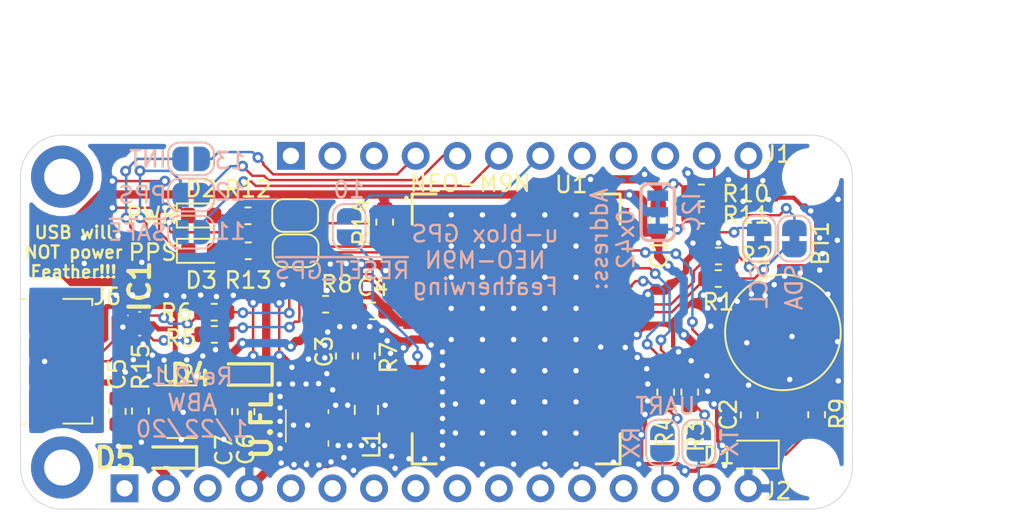
<source format=kicad_pcb>
(kicad_pcb (version 20171130) (host pcbnew "(5.1.4)-1")
  (layers (0 F.Cu signal) (31 B.Cu signal) (34 B.Paste user) (35 F.Paste user) (36 B.SilkS user) (37 F.SilkS user) (38 B.Mask user) (39 F.Mask user) (44 Edge.Cuts user))
  (net 0 "")
  (net 1 "Net-(U1-Pad17)")
  (net 2 "Net-(U1-Pad16)")
  (net 3 "Net-(U1-Pad15)")
  (net 4 "Net-(U1-Pad14)")
  (net 5 /SDA)
  (net 6 /5`)
  (net 7 /6)
  (net 8 /9`)
  (net 9 /10`)
  (net 10 /11`)
  (net 11 /12)
  (net 12 /13)
  (net 13 /USB)
  (net 14 /En)
  (net 15 /BAT)
  (net 16 GND)
  (net 17 /A5)
  (net 18 /A4)
  (net 19 /A3)
  (net 20 /A2)
  (net 21 /A1)
  (net 22 /A0)
  (net 23 /ARf)
  (net 24 +3V3)
  (net 25 /RST)
  (net 26 "Net-(R1-Pad2)")
  (net 27 "Net-(R2-Pad2)")
  (net 28 "Net-(R3-Pad2)")
  (net 29 "Net-(R4-Pad2)")
  (net 30 "Net-(R5-Pad1)")
  (net 31 "Net-(R6-Pad1)")
  (net 32 /D+)
  (net 33 /D-)
  (net 34 "Net-(R7-Pad1)")
  (net 35 /Backup)
  (net 36 "Net-(C3-Pad2)")
  (net 37 "Net-(D1-Pad1)")
  (net 38 /~RESET_GPS)
  (net 39 /INT)
  (net 40 /PPS)
  (net 41 /D_SEL)
  (net 42 /~SAFE)
  (net 43 "Net-(D2-Pad2)")
  (net 44 "Net-(D3-Pad2)")
  (net 45 "Net-(JP1-Pad2)")
  (net 46 "Net-(JP2-Pad2)")
  (net 47 /RF)
  (net 48 /Shield)
  (net 49 "Net-(J6-Pad4)")
  (net 50 "Net-(IC1-Pad3)")
  (net 51 "Net-(IC1-Pad1)")
  (net 52 /SCL)
  (net 53 /TX)
  (net 54 /RX)
  (net 55 "Net-(J2-Pad13)")
  (net 56 "Net-(J2-Pad12)")
  (net 57 "Net-(J2-Pad11)")
  (net 58 "Net-(JP6-Pad2)")
  (net 59 "Net-(JP7-Pad2)")
  (net 60 "Net-(JP8-Pad1)")
  (net 61 "Net-(JP9-Pad2)")
  (net 62 "Net-(JP3-Pad3)")
  (net 63 "Net-(JP3-Pad1)")
  (net 64 /VDD_USB)
  (net 65 "Net-(D5-Pad2)")
  (net 66 +5V)
  (net 67 "Net-(R15-Pad2)")
  (net 68 "Net-(U2-Pad4)")
  (module Feather-NEO-M9N-GPS:74LVC1G27GM115 (layer F.Cu) (at 135.9154 86.0298 270)
    (fp_text reference IC1 (at -2.286 0.00508 90) (layer F.SilkS) (effects (font (size 1.27 1.27) (thickness 0.254))))
    (fp_text value PRTR5V0U2F,115)
    (pad 6 smd rect (at -0.5 -0.337 270) (size 0.25 0.325) (layers F.Cu F.Paste F.Mask) (net 33 /D-))
    (pad 5 smd rect (at 0 -0.337 270) (size 0.25 0.325) (layers F.Cu F.Paste F.Mask) (net 66 +5V))
    (pad 4 smd rect (at 0.5 -0.337 270) (size 0.25 0.325) (layers F.Cu F.Paste F.Mask) (net 32 /D+))
    (pad 3 smd rect (at 0.5 0.337 270) (size 0.25 0.325) (layers F.Cu F.Paste F.Mask) (net 50 "Net-(IC1-Pad3)"))
    (pad 2 smd rect (at 0 0.337 270) (size 0.25 0.325) (layers F.Cu F.Paste F.Mask) (net 16 GND))
    (pad 1 smd rect (at -0.5 0.337 270) (size 0.25 0.325) (layers F.Cu F.Paste F.Mask) (net 51 "Net-(IC1-Pad1)"))
  )
  (module Feather-NEO-M9N-GPS:SOD2513X110N (layer F.Cu) (at 137.5918 94.2086 180)
    (fp_text reference D5 (at 3.175 -0.0381) (layer F.SilkS) (effects (font (size 1.27 1.27) (thickness 0.254))))
    (fp_text value BAT60AE6327HTSA1)
    (pad 2 smd rect (at 1.138 0 270) (size 0.5 1.05) (layers F.Cu F.Paste F.Mask) (net 65 "Net-(D5-Pad2)"))
    (pad 1 smd rect (at -1.138 0 270) (size 0.5 1.05) (layers F.Cu F.Paste F.Mask) (net 24 +3V3))
  )
  (module Feather-NEO-M9N-GPS:SOD2513X110N (layer F.Cu) (at 142.2019 89.1286 180)
    (fp_text reference D4 (at 3.175 -0.0381) (layer F.SilkS) (effects (font (size 1.27 1.27) (thickness 0.254))))
    (fp_text value BAT60AE6327HTSA1)
    (pad 2 smd rect (at 1.138 0 270) (size 0.5 1.05) (layers F.Cu F.Paste F.Mask) (net 64 /VDD_USB))
    (pad 1 smd rect (at -1.138 0 270) (size 0.5 1.05) (layers F.Cu F.Paste F.Mask) (net 24 +3V3))
  )
  (module Feather-NEO-M9N-GPS:UFLRSMT10 (layer F.Cu) (at 146.1389 92.2528 90)
    (fp_text reference ANT1)
    (fp_text value U.FL (at -0.00508 -2.7813 90) (layer F.SilkS) (effects (font (size 1.27 1.27) (thickness 0.254))))
    (pad 3 smd rect (at 0 1.525 90) (size 1 1.05) (layers F.Cu F.Paste F.Mask) (net 47 /RF))
    (pad 2 smd rect (at 1.475 0 90) (size 1.05 2.2) (layers F.Cu F.Paste F.Mask) (net 16 GND))
    (pad 1 smd rect (at -1.475 0 90) (size 1.05 2.2) (layers F.Cu F.Paste F.Mask) (net 16 GND))
  )
  (module Feather-NEO-M9N-GPS:NEO-M9N (layer F.Cu) (at 158.9024 86.3473 180)
    (fp_text reference U1 (at -3.36804 8.82142 180) (layer F.SilkS))
    (fp_text value NEO-M9N (at 2.80416 8.9027 180) (layer F.SilkS))
    (pad 24 smd rect (at -6 7) (size 1.8 0.8) (layers F.Cu F.Mask) (net 16 GND))
    (pad 23 smd rect (at -6 5.9) (size 1.8 0.8) (layers F.Cu F.Mask) (net 24 +3V3))
    (pad 22 smd rect (at -6 4.8) (size 1.8 0.8) (layers F.Cu F.Mask) (net 35 /Backup))
    (pad 21 smd rect (at -6 3.7) (size 1.8 0.8) (layers F.Cu F.Mask) (net 28 "Net-(R3-Pad2)"))
    (pad 20 smd rect (at -6 2.6) (size 1.8 0.8) (layers F.Cu F.Mask) (net 29 "Net-(R4-Pad2)"))
    (pad 19 smd rect (at -6 1.5) (size 1.8 0.8) (layers F.Cu F.Mask) (net 27 "Net-(R2-Pad2)"))
    (pad 18 smd rect (at -6 0.4) (size 1.8 0.8) (layers F.Cu F.Mask) (net 26 "Net-(R1-Pad2)"))
    (pad 17 smd rect (at -6 -2.6) (size 1.8 0.8) (layers F.Cu F.Mask) (net 1 "Net-(U1-Pad17)"))
    (pad 16 smd rect (at -6 -3.7) (size 1.8 0.8) (layers F.Cu F.Mask) (net 2 "Net-(U1-Pad16)"))
    (pad 15 smd rect (at -6 -4.8) (size 1.8 0.8) (layers F.Cu F.Mask) (net 3 "Net-(U1-Pad15)"))
    (pad 14 smd rect (at -6 -5.9) (size 1.8 0.8) (layers F.Cu F.Mask) (net 4 "Net-(U1-Pad14)"))
    (pad 13 smd rect (at -6 -7) (size 1.8 0.8) (layers F.Cu F.Mask) (net 16 GND))
    (pad 12 smd rect (at 6 -7 180) (size 1.8 0.8) (layers F.Cu F.Mask) (net 16 GND))
    (pad 11 smd rect (at 6 -5.9 180) (size 1.8 0.8) (layers F.Cu F.Mask) (net 47 /RF))
    (pad 10 smd rect (at 6 -4.8 180) (size 1.8 0.8) (layers F.Cu F.Mask) (net 16 GND))
    (pad 9 smd rect (at 6 -3.7 180) (size 1.8 0.8) (layers F.Cu F.Mask) (net 34 "Net-(R7-Pad1)"))
    (pad 8 smd rect (at 6 -2.6 180) (size 1.8 0.8) (layers F.Cu F.Mask) (net 38 /~RESET_GPS))
    (pad 7 smd rect (at 6 0.4 180) (size 1.8 0.8) (layers F.Cu F.Mask) (net 64 /VDD_USB))
    (pad 6 smd rect (at 6 1.5 180) (size 1.8 0.8) (layers F.Cu F.Mask) (net 30 "Net-(R5-Pad1)"))
    (pad 5 smd rect (at 6 2.6 180) (size 1.8 0.8) (layers F.Cu F.Mask) (net 31 "Net-(R6-Pad1)"))
    (pad 4 smd rect (at 6 3.7 180) (size 1.8 0.8) (layers F.Cu F.Mask) (net 39 /INT))
    (pad 3 smd rect (at 6 4.8 180) (size 1.8 0.8) (layers F.Cu F.Mask) (net 40 /PPS))
    (pad 2 smd rect (at 6 5.9 180) (size 1.8 0.8) (layers F.Cu F.Mask) (net 41 /D_SEL))
    (pad 1 smd rect (at 6 7 180) (size 1.8 0.8) (layers F.Cu F.Mask) (net 42 /~SAFE))
  )
  (module Jumper:SolderJumper-2_P1.3mm_Open_RoundedPad1.0x1.5mm (layer B.Cu) (at 148.7043 80.1116 90)
    (fp_text reference JP5)
    (fp_text value ~RESET_GPS (at -2.667 -0.4318 180) (layer B.SilkS) (effects (justify mirror)))
    (pad 2 smd custom (at 0.65 0 90) (size 1 0.5) (layers B.Cu B.Mask) (net 9 /10`) (options (clearance outline) (anchor rect)) (primitives (gr_circle (center 0 -0.25) (end 0.5 -0.25) (width 0)) (gr_circle (center 0 0.25) (end 0.5 0.25) (width 0)) (gr_poly (pts (xy 0 0.75) (xy -0.5 0.75) (xy -0.5 -0.75) (xy 0 -0.75)) (width 0))))
    (pad 1 smd custom (at -0.65 0 90) (size 1 0.5) (layers B.Cu B.Mask) (net 38 /~RESET_GPS) (options (clearance outline) (anchor rect)) (primitives (gr_circle (center 0 -0.25) (end 0.5 -0.25) (width 0)) (gr_circle (center 0 0.25) (end 0.5 0.25) (width 0)) (gr_poly (pts (xy 0 0.75) (xy 0.5 0.75) (xy 0.5 -0.75) (xy 0 -0.75)) (width 0))))
  )
  (module Capacitor_SMD:C_0603_1608Metric (layer F.Cu) (at 141.0462 91.4019 90)
    (fp_text reference C7 (at -2.3622 0.0127 90) (layer F.SilkS))
    (fp_text value 1uF)
    (pad 2 smd roundrect (at 0.7875 0 90) (size 0.875 0.95) (layers F.Cu F.Paste F.Mask) (net 64 /VDD_USB))
    (pad 1 smd roundrect (at -0.7875 0 90) (size 0.875 0.95) (layers F.Cu F.Paste F.Mask) (net 16 GND))
  )
  (module Capacitor_SMD:C_0603_1608Metric (layer F.Cu) (at 142.4051 91.4019 90)
    (fp_text reference C6 (at -2.2987 -0.0127 90) (layer F.SilkS))
    (fp_text value 10uF)
    (pad 2 smd roundrect (at 0.7875 0 90) (size 0.875 0.95) (layers F.Cu F.Paste F.Mask) (net 64 /VDD_USB))
    (pad 1 smd roundrect (at -0.7875 0 90) (size 0.875 0.95) (layers F.Cu F.Paste F.Mask) (net 16 GND))
  )
  (module Capacitor_SMD:C_0603_1608Metric (layer F.Cu) (at 134.5438 91.3892 90)
    (fp_text reference C5 (at 2.2733 0 90) (layer F.SilkS))
    (fp_text value 10uF)
    (pad 2 smd roundrect (at 0.7875 0 90) (size 0.875 0.95) (layers F.Cu F.Paste F.Mask) (net 66 +5V))
    (pad 1 smd roundrect (at -0.7875 0 90) (size 0.875 0.95) (layers F.Cu F.Paste F.Mask) (net 16 GND))
  )
  (module Package_TO_SOT_SMD:SOT-23-5 (layer F.Cu) (at 138.4808 91.4019)
    (fp_text reference U2 (at -0.22352 -2.2987) (layer F.SilkS))
    (fp_text value AP2112K-3.3)
    (pad 5 smd rect (at 1.1 -0.95) (size 1.06 0.65) (layers F.Cu F.Paste F.Mask) (net 64 /VDD_USB))
    (pad 4 smd rect (at 1.1 0.95) (size 1.06 0.65) (layers F.Cu F.Paste F.Mask) (net 68 "Net-(U2-Pad4)"))
    (pad 3 smd rect (at -1.1 0.95) (size 1.06 0.65) (layers F.Cu F.Paste F.Mask) (net 67 "Net-(R15-Pad2)"))
    (pad 2 smd rect (at -1.1 0) (size 1.06 0.65) (layers F.Cu F.Paste F.Mask) (net 16 GND))
    (pad 1 smd rect (at -1.1 -0.95) (size 1.06 0.65) (layers F.Cu F.Paste F.Mask) (net 66 +5V))
  )
  (module Resistor_SMD:R_0603_1608Metric (layer F.Cu) (at 135.9535 91.3638 270)
    (fp_text reference R15 (at -2.7178 -0.0254 90) (layer F.SilkS))
    (fp_text value 100k)
    (pad 2 smd roundrect (at 0.7875 0 270) (size 0.875 0.95) (layers F.Cu F.Paste F.Mask) (net 67 "Net-(R15-Pad2)"))
    (pad 1 smd roundrect (at -0.7875 0 270) (size 0.875 0.95) (layers F.Cu F.Paste F.Mask) (net 66 +5V))
  )
  (module Jumper:SMT-JUMPER_3_2-NC_TRACE_SILK (layer B.Cu) (at 167.54856 79.21244 270)
    (fp_text reference JP3)
    (fp_text value I2C (at 0 -1.48844 270) (layer B.SilkS) (effects (justify top mirror)))
    (fp_poly (pts (xy -0.7112 -0.127) (xy -0.3048 -0.127) (xy -0.3048 0.127) (xy -0.7112 0.127)) (layer B.Cu) (width 0))
    (fp_poly (pts (xy 0.3048 -0.127) (xy 0.7112 -0.127) (xy 0.7112 0.127) (xy 0.3048 0.127)) (layer B.Cu) (width 0))
    (pad 3 smd rect (at 1.016 0 270) (size 0.635 1.27) (layers B.Cu B.Mask) (net 62 "Net-(JP3-Pad3)"))
    (pad 2 smd rect (at 0 0 270) (size 0.635 1.27) (layers B.Cu B.Mask) (net 24 +3V3))
    (pad 1 smd rect (at -1.016 0 270) (size 0.635 1.27) (layers B.Cu B.Mask) (net 63 "Net-(JP3-Pad1)"))
  )
  (module Jumper:SolderJumper-2_P1.3mm_Open_RoundedPad1.0x1.5mm (layer B.Cu) (at 139.05484 80.43164)
    (fp_text reference JP12)
    (fp_text value ~SAFE (at -3.28168 0.00508) (layer B.SilkS) (effects (justify mirror)))
    (pad 2 smd custom (at 0.65 0) (size 1 0.5) (layers B.Cu B.Mask) (net 10 /11`) (options (clearance outline) (anchor rect)) (primitives (gr_circle (center 0 -0.25) (end 0.5 -0.25) (width 0)) (gr_circle (center 0 0.25) (end 0.5 0.25) (width 0)) (gr_poly (pts (xy 0 0.75) (xy -0.5 0.75) (xy -0.5 -0.75) (xy 0 -0.75)) (width 0))))
    (pad 1 smd custom (at -0.65 0) (size 1 0.5) (layers B.Cu B.Mask) (net 42 /~SAFE) (options (clearance outline) (anchor rect)) (primitives (gr_circle (center 0 -0.25) (end 0.5 -0.25) (width 0)) (gr_circle (center 0 0.25) (end 0.5 0.25) (width 0)) (gr_poly (pts (xy 0 0.75) (xy 0.5 0.75) (xy 0.5 -0.75) (xy 0 -0.75)) (width 0))))
  )
  (module Jumper:SolderJumper-2_P1.3mm_Open_RoundedPad1.0x1.5mm (layer B.Cu) (at 139.05484 78.1558)
    (fp_text reference JP11)
    (fp_text value PPS (at -2.972156 0.00508) (layer B.SilkS) (effects (justify mirror)))
    (pad 2 smd custom (at 0.65 0) (size 1 0.5) (layers B.Cu B.Mask) (net 11 /12) (options (clearance outline) (anchor rect)) (primitives (gr_circle (center 0 -0.25) (end 0.5 -0.25) (width 0)) (gr_circle (center 0 0.25) (end 0.5 0.25) (width 0)) (gr_poly (pts (xy 0 0.75) (xy -0.5 0.75) (xy -0.5 -0.75) (xy 0 -0.75)) (width 0))))
    (pad 1 smd custom (at -0.65 0) (size 1 0.5) (layers B.Cu B.Mask) (net 40 /PPS) (options (clearance outline) (anchor rect)) (primitives (gr_circle (center 0 -0.25) (end 0.5 -0.25) (width 0)) (gr_circle (center 0 0.25) (end 0.5 0.25) (width 0)) (gr_poly (pts (xy 0 0.75) (xy 0.5 0.75) (xy 0.5 -0.75) (xy 0 -0.75)) (width 0))))
  )
  (module Jumper:SolderJumper-2_P1.3mm_Open_RoundedPad1.0x1.5mm (layer B.Cu) (at 139.05484 75.95108)
    (fp_text reference JP10)
    (fp_text value INT (at -2.638822 0.01016) (layer B.SilkS) (effects (justify mirror)))
    (pad 2 smd custom (at 0.65 0) (size 1 0.5) (layers B.Cu B.Mask) (net 12 /13) (options (clearance outline) (anchor rect)) (primitives (gr_circle (center 0 -0.25) (end 0.5 -0.25) (width 0)) (gr_circle (center 0 0.25) (end 0.5 0.25) (width 0)) (gr_poly (pts (xy 0 0.75) (xy -0.5 0.75) (xy -0.5 -0.75) (xy 0 -0.75)) (width 0))))
    (pad 1 smd custom (at -0.65 0) (size 1 0.5) (layers B.Cu B.Mask) (net 39 /INT) (options (clearance outline) (anchor rect)) (primitives (gr_circle (center 0 -0.25) (end 0.5 -0.25) (width 0)) (gr_circle (center 0 0.25) (end 0.5 0.25) (width 0)) (gr_poly (pts (xy 0 0.75) (xy 0.5 0.75) (xy 0.5 -0.75) (xy 0 -0.75)) (width 0))))
  )
  (module Jumper:SolderJumper-2_P1.3mm_Open_RoundedPad1.0x1.5mm (layer B.Cu) (at 167.83558 93.2942 90)
    (fp_text reference JP9)
    (fp_text value RX (at 0 -1.9 90) (layer B.SilkS) (effects (justify mirror)))
    (pad 2 smd custom (at 0.65 0 90) (size 1 0.5) (layers B.Cu B.Mask) (net 61 "Net-(JP9-Pad2)") (options (clearance outline) (anchor rect)) (primitives (gr_circle (center 0 -0.25) (end 0.5 -0.25) (width 0)) (gr_circle (center 0 0.25) (end 0.5 0.25) (width 0)) (gr_poly (pts (xy 0 0.75) (xy -0.5 0.75) (xy -0.5 -0.75) (xy 0 -0.75)) (width 0))))
    (pad 1 smd custom (at -0.65 0 90) (size 1 0.5) (layers B.Cu B.Mask) (net 54 /RX) (options (clearance outline) (anchor rect)) (primitives (gr_circle (center 0 -0.25) (end 0.5 -0.25) (width 0)) (gr_circle (center 0 0.25) (end 0.5 0.25) (width 0)) (gr_poly (pts (xy 0 0.75) (xy 0.5 0.75) (xy 0.5 -0.75) (xy 0 -0.75)) (width 0))))
  )
  (module Jumper:SolderJumper-2_P1.3mm_Open_RoundedPad1.0x1.5mm (layer B.Cu) (at 170.05554 93.29928 270)
    (fp_text reference JP8)
    (fp_text value TX (at 0 -1.9 90) (layer B.SilkS) (effects (justify mirror)))
    (pad 2 smd custom (at 0.65 0 270) (size 1 0.5) (layers B.Cu B.Mask) (net 53 /TX) (options (clearance outline) (anchor rect)) (primitives (gr_circle (center 0 -0.25) (end 0.5 -0.25) (width 0)) (gr_circle (center 0 0.25) (end 0.5 0.25) (width 0)) (gr_poly (pts (xy 0 0.75) (xy -0.5 0.75) (xy -0.5 -0.75) (xy 0 -0.75)) (width 0))))
    (pad 1 smd custom (at -0.65 0 270) (size 1 0.5) (layers B.Cu B.Mask) (net 60 "Net-(JP8-Pad1)") (options (clearance outline) (anchor rect)) (primitives (gr_circle (center 0 -0.25) (end 0.5 -0.25) (width 0)) (gr_circle (center 0 0.25) (end 0.5 0.25) (width 0)) (gr_poly (pts (xy 0 0.75) (xy 0.5 0.75) (xy 0.5 -0.75) (xy 0 -0.75)) (width 0))))
  )
  (module Jumper:SolderJumper-2_P1.3mm_Bridged_RoundedPad1.0x1.5mm (layer B.Cu) (at 173.74616 80.8228 270)
    (fp_text reference JP7)
    (fp_text value SCL (at 2.8956 0.01016 90) (layer B.SilkS) (effects (justify mirror)))
    (fp_poly (pts (xy 0.25 0.3) (xy -0.25 0.3) (xy -0.25 -0.3) (xy 0.25 -0.3)) (layer B.Cu) (width 0))
    (pad 1 smd custom (at -0.65 0 270) (size 1 0.5) (layers B.Cu B.Mask) (net 52 /SCL) (options (clearance outline) (anchor rect)) (primitives (gr_circle (center 0 -0.25) (end 0.5 -0.25) (width 0)) (gr_circle (center 0 0.25) (end 0.5 0.25) (width 0)) (gr_poly (pts (xy 0 0.75) (xy 0.5 0.75) (xy 0.5 -0.75) (xy 0 -0.75)) (width 0))))
    (pad 2 smd custom (at 0.65 0 270) (size 1 0.5) (layers B.Cu B.Mask) (net 59 "Net-(JP7-Pad2)") (options (clearance outline) (anchor rect)) (primitives (gr_circle (center 0 -0.25) (end 0.5 -0.25) (width 0)) (gr_circle (center 0 0.25) (end 0.5 0.25) (width 0)) (gr_poly (pts (xy 0 0.75) (xy -0.5 0.75) (xy -0.5 -0.75) (xy 0 -0.75)) (width 0))))
  )
  (module Jumper:SolderJumper-2_P1.3mm_Bridged_RoundedPad1.0x1.5mm (layer B.Cu) (at 175.895 80.8228 270)
    (fp_text reference JP6)
    (fp_text value SDA (at 2.9591 0.0127 90) (layer B.SilkS) (effects (justify mirror)))
    (fp_poly (pts (xy 0.25 0.3) (xy -0.25 0.3) (xy -0.25 -0.3) (xy 0.25 -0.3)) (layer B.Cu) (width 0))
    (pad 1 smd custom (at -0.65 0 270) (size 1 0.5) (layers B.Cu B.Mask) (net 5 /SDA) (options (clearance outline) (anchor rect)) (primitives (gr_circle (center 0 -0.25) (end 0.5 -0.25) (width 0)) (gr_circle (center 0 0.25) (end 0.5 0.25) (width 0)) (gr_poly (pts (xy 0 0.75) (xy 0.5 0.75) (xy 0.5 -0.75) (xy 0 -0.75)) (width 0))))
    (pad 2 smd custom (at 0.65 0 270) (size 1 0.5) (layers B.Cu B.Mask) (net 58 "Net-(JP6-Pad2)") (options (clearance outline) (anchor rect)) (primitives (gr_circle (center 0 -0.25) (end 0.5 -0.25) (width 0)) (gr_circle (center 0 0.25) (end 0.5 0.25) (width 0)) (gr_poly (pts (xy 0 0.75) (xy -0.5 0.75) (xy -0.5 -0.75) (xy 0 -0.75)) (width 0))))
  )
  (module Connector_USB:USB_Micro-B_Molex_47346-0001 (layer F.Cu) (at 131.30784 88.32088 270)
    (fp_text reference J6 (at -3.95478 -2.62636) (layer F.SilkS))
    (fp_text value USB_B_Micro)
    (pad 6 smd rect (at 0.84 1.2 270) (size 1.175 1.9) (layers F.Cu F.Paste F.Mask) (net 48 /Shield))
    (pad 6 smd rect (at -0.84 1.2 270) (size 1.175 1.9) (layers F.Cu F.Paste F.Mask) (net 48 /Shield))
    (pad 6 smd rect (at 2.91 1.2 270) (size 2.375 1.9) (layers F.Cu F.Paste F.Mask) (net 48 /Shield))
    (pad 6 smd rect (at -2.91 1.2 270) (size 2.375 1.9) (layers F.Cu F.Paste F.Mask) (net 48 /Shield))
    (pad 6 smd rect (at 2.4625 -1.1 270) (size 1.475 2.1) (layers F.Cu F.Paste F.Mask) (net 48 /Shield))
    (pad 6 smd rect (at -2.4625 -1.1 270) (size 1.475 2.1) (layers F.Cu F.Paste F.Mask) (net 48 /Shield))
    (pad 5 smd rect (at 1.3 -1.46 270) (size 0.45 1.38) (layers F.Cu F.Paste F.Mask) (net 16 GND))
    (pad 4 smd rect (at 0.65 -1.46 270) (size 0.45 1.38) (layers F.Cu F.Paste F.Mask) (net 49 "Net-(J6-Pad4)"))
    (pad 3 smd rect (at 0 -1.46 270) (size 0.45 1.38) (layers F.Cu F.Paste F.Mask) (net 50 "Net-(IC1-Pad3)"))
    (pad 2 smd rect (at -0.65 -1.46 270) (size 0.45 1.38) (layers F.Cu F.Paste F.Mask) (net 51 "Net-(IC1-Pad1)"))
    (pad 1 smd rect (at -1.3 -1.46 270) (size 0.45 1.38) (layers F.Cu F.Paste F.Mask) (net 66 +5V))
  )
  (module Resistor_SMD:R_0603_1608Metric (layer F.Cu) (at 150.876 79.81188 90)
    (fp_text reference R14 (at 0 -1.43 90) (layer F.SilkS))
    (fp_text value 10k)
    (pad 2 smd roundrect (at 0.7875 0 90) (size 0.875 0.95) (layers F.Cu F.Paste F.Mask) (net 24 +3V3))
    (pad 1 smd roundrect (at -0.7875 0 90) (size 0.875 0.95) (layers F.Cu F.Paste F.Mask) (net 41 /D_SEL))
  )
  (module Resistor_SMD:R_0603_1608Metric (layer F.Cu) (at 142.54242 81.56956)
    (fp_text reference R13 (at -0.00016 1.8) (layer F.SilkS))
    (fp_text value 1k)
    (pad 2 smd roundrect (at 0.7875 0) (size 0.875 0.95) (layers F.Cu F.Paste F.Mask) (net 46 "Net-(JP2-Pad2)"))
    (pad 1 smd roundrect (at -0.7875 0) (size 0.875 0.95) (layers F.Cu F.Paste F.Mask) (net 44 "Net-(D3-Pad2)"))
  )
  (module Resistor_SMD:R_0603_1608Metric (layer F.Cu) (at 142.52448 79.43088)
    (fp_text reference R12 (at -0.00056 -1.6383) (layer F.SilkS))
    (fp_text value 1k)
    (pad 2 smd roundrect (at 0.7875 0) (size 0.875 0.95) (layers F.Cu F.Paste F.Mask) (net 45 "Net-(JP1-Pad2)"))
    (pad 1 smd roundrect (at -0.7875 0) (size 0.875 0.95) (layers F.Cu F.Paste F.Mask) (net 43 "Net-(D2-Pad2)"))
  )
  (module Resistor_SMD:R_0603_1608Metric (layer F.Cu) (at 170.21556 79.39532 180)
    (fp_text reference R11 (at -2.72796 0.00508) (layer F.SilkS))
    (fp_text value 2.2k)
    (pad 2 smd roundrect (at 0.7875 0 180) (size 0.875 0.95) (layers F.Cu F.Paste F.Mask) (net 62 "Net-(JP3-Pad3)"))
    (pad 1 smd roundrect (at -0.7875 0 180) (size 0.875 0.95) (layers F.Cu F.Paste F.Mask) (net 5 /SDA))
  )
  (module Resistor_SMD:R_0603_1608Metric (layer F.Cu) (at 170.21556 78.0288 180)
    (fp_text reference R10 (at -2.7178 -0.05588) (layer F.SilkS))
    (fp_text value 2.2k)
    (pad 2 smd roundrect (at 0.7875 0 180) (size 0.875 0.95) (layers F.Cu F.Paste F.Mask) (net 63 "Net-(JP3-Pad1)"))
    (pad 1 smd roundrect (at -0.7875 0 180) (size 0.875 0.95) (layers F.Cu F.Paste F.Mask) (net 52 /SCL))
  )
  (module Resistor_SMD:R_0603_1608Metric (layer F.Cu) (at 177.25136 91.58478 270)
    (fp_text reference R9 (at -0.0508 -1.3208 90) (layer F.SilkS))
    (fp_text value 1k)
    (pad 2 smd roundrect (at 0.7875 0 270) (size 0.875 0.95) (layers F.Cu F.Paste F.Mask) (net 37 "Net-(D1-Pad1)"))
    (pad 1 smd roundrect (at -0.7875 0 270) (size 0.875 0.95) (layers F.Cu F.Paste F.Mask) (net 35 /Backup))
  )
  (module Resistor_SMD:R_0603_1608Metric (layer F.Cu) (at 147.2692 84.836)
    (fp_text reference R8 (at 0.6858 -1.2319) (layer F.SilkS))
    (fp_text value 100k)
    (pad 2 smd roundrect (at 0.7875 0) (size 0.875 0.95) (layers F.Cu F.Paste F.Mask) (net 64 /VDD_USB))
    (pad 1 smd roundrect (at -0.7875 0) (size 0.875 0.95) (layers F.Cu F.Paste F.Mask) (net 16 GND))
  )
  (module Resistor_SMD:R_0603_1608Metric (layer F.Cu) (at 149.7584 87.9983 270)
    (fp_text reference R7 (at 0.1016 -1.3589 90) (layer F.SilkS))
    (fp_text value 10)
    (pad 2 smd roundrect (at 0.7875 0 270) (size 0.875 0.95) (layers F.Cu F.Paste F.Mask) (net 36 "Net-(C3-Pad2)"))
    (pad 1 smd roundrect (at -0.7875 0 270) (size 0.875 0.95) (layers F.Cu F.Paste F.Mask) (net 34 "Net-(R7-Pad1)"))
  )
  (module Resistor_SMD:R_0603_1608Metric (layer F.Cu) (at 140.46454 85.32368 180)
    (fp_text reference R6 (at 2.30124 -0.00762) (layer F.SilkS))
    (fp_text value 27)
    (pad 2 smd roundrect (at 0.7875 0 180) (size 0.875 0.95) (layers F.Cu F.Paste F.Mask) (net 33 /D-))
    (pad 1 smd roundrect (at -0.7875 0 180) (size 0.875 0.95) (layers F.Cu F.Paste F.Mask) (net 31 "Net-(R6-Pad1)"))
  )
  (module Resistor_SMD:R_0603_1608Metric (layer F.Cu) (at 140.4747 86.68004 180)
    (fp_text reference R5 (at 2.0447 -0.23876) (layer F.SilkS))
    (fp_text value 27)
    (pad 2 smd roundrect (at 0.7875 0 180) (size 0.875 0.95) (layers F.Cu F.Paste F.Mask) (net 32 /D+))
    (pad 1 smd roundrect (at -0.7875 0 180) (size 0.875 0.95) (layers F.Cu F.Paste F.Mask) (net 30 "Net-(R5-Pad1)"))
  )
  (module Resistor_SMD:R_0603_1608Metric (layer F.Cu) (at 168.03624 90.20556 90)
    (fp_text reference R4 (at -2.43332 -0.06604 90) (layer F.SilkS))
    (fp_text value 33)
    (pad 2 smd roundrect (at 0.7875 0 90) (size 0.875 0.95) (layers F.Cu F.Paste F.Mask) (net 29 "Net-(R4-Pad2)"))
    (pad 1 smd roundrect (at -0.7875 0 90) (size 0.875 0.95) (layers F.Cu F.Paste F.Mask) (net 61 "Net-(JP9-Pad2)"))
  )
  (module Resistor_SMD:R_0603_1608Metric (layer F.Cu) (at 169.50436 90.20556 90)
    (fp_text reference R3 (at -2.70764 0.35052 90) (layer F.SilkS))
    (fp_text value 33)
    (pad 2 smd roundrect (at 0.7875 0 90) (size 0.875 0.95) (layers F.Cu F.Paste F.Mask) (net 28 "Net-(R3-Pad2)"))
    (pad 1 smd roundrect (at -0.7875 0 90) (size 0.875 0.95) (layers F.Cu F.Paste F.Mask) (net 60 "Net-(JP8-Pad1)"))
  )
  (module Resistor_SMD:R_0603_1608Metric (layer F.Cu) (at 171.26204 81.8896 180)
    (fp_text reference R2 (at -2.27584 0.0254) (layer F.SilkS))
    (fp_text value 33)
    (pad 2 smd roundrect (at 0.7875 0 180) (size 0.875 0.95) (layers F.Cu F.Paste F.Mask) (net 27 "Net-(R2-Pad2)"))
    (pad 1 smd roundrect (at -0.7875 0 180) (size 0.875 0.95) (layers F.Cu F.Paste F.Mask) (net 59 "Net-(JP7-Pad2)"))
  )
  (module Resistor_SMD:R_0603_1608Metric (layer F.Cu) (at 171.2468 83.26628 180)
    (fp_text reference R1 (at 0 -1.43) (layer F.SilkS))
    (fp_text value 33)
    (pad 2 smd roundrect (at 0.7875 0 180) (size 0.875 0.95) (layers F.Cu F.Paste F.Mask) (net 26 "Net-(R1-Pad2)"))
    (pad 1 smd roundrect (at -0.7875 0 180) (size 0.875 0.95) (layers F.Cu F.Paste F.Mask) (net 58 "Net-(JP6-Pad2)"))
  )
  (module Capacitor_SMD:C_0603_1608Metric (layer F.Cu) (at 150.13432 85.2424)
    (fp_text reference C4 (at 0 -1.43) (layer F.SilkS))
    (fp_text value 1uF)
    (pad 2 smd roundrect (at 0.7875 0) (size 0.875 0.95) (layers F.Cu F.Paste F.Mask) (net 64 /VDD_USB))
    (pad 1 smd roundrect (at -0.7875 0) (size 0.875 0.95) (layers F.Cu F.Paste F.Mask) (net 16 GND))
  )
  (module Capacitor_SMD:C_0603_1608Metric (layer F.Cu) (at 148.4122 87.9983 270)
    (fp_text reference C3 (at -0.2667 1.2319 90) (layer F.SilkS))
    (fp_text value 47pF)
    (pad 2 smd roundrect (at 0.7875 0 270) (size 0.875 0.95) (layers F.Cu F.Paste F.Mask) (net 36 "Net-(C3-Pad2)"))
    (pad 1 smd roundrect (at -0.7875 0 270) (size 0.875 0.95) (layers F.Cu F.Paste F.Mask) (net 16 GND))
  )
  (module Capacitor_SMD:C_0603_1608Metric (layer F.Cu) (at 173.13656 91.61018 270)
    (fp_text reference C2 (at -0.0254 1.27 90) (layer F.SilkS))
    (fp_text value 1uF)
    (pad 2 smd roundrect (at 0.7875 0 270) (size 0.875 0.95) (layers F.Cu F.Paste F.Mask) (net 35 /Backup))
    (pad 1 smd roundrect (at -0.7875 0 270) (size 0.875 0.95) (layers F.Cu F.Paste F.Mask) (net 16 GND))
  )
  (module Capacitor_SMD:C_0603_1608Metric (layer F.Cu) (at 167.57904 79.6544 270)
    (fp_text reference C1 (at 2.07772 -0.05588 90) (layer F.SilkS))
    (fp_text value 1uF)
    (pad 2 smd roundrect (at 0.7875 0 270) (size 0.875 0.95) (layers F.Cu F.Paste F.Mask) (net 24 +3V3))
    (pad 1 smd roundrect (at -0.7875 0 270) (size 0.875 0.95) (layers F.Cu F.Paste F.Mask) (net 16 GND))
  )
  (module Jumper:SolderJumper-2_P1.3mm_Bridged_RoundedPad1.0x1.5mm (layer F.Cu) (at 145.43278 81.56956 180)
    (fp_text reference JP2)
    (fp_text value PPS1)
    (fp_poly (pts (xy 0.25 -0.3) (xy -0.25 -0.3) (xy -0.25 0.3) (xy 0.25 0.3)) (layer F.Cu) (width 0))
    (pad 1 smd custom (at -0.65 0 180) (size 1 0.5) (layers F.Cu F.Mask) (net 40 /PPS) (options (clearance outline) (anchor rect)) (primitives (gr_circle (center 0 0.25) (end 0.5 0.25) (width 0)) (gr_circle (center 0 -0.25) (end 0.5 -0.25) (width 0)) (gr_poly (pts (xy 0 -0.75) (xy 0.5 -0.75) (xy 0.5 0.75) (xy 0 0.75)) (width 0))))
    (pad 2 smd custom (at 0.65 0 180) (size 1 0.5) (layers F.Cu F.Mask) (net 46 "Net-(JP2-Pad2)") (options (clearance outline) (anchor rect)) (primitives (gr_circle (center 0 0.25) (end 0.5 0.25) (width 0)) (gr_circle (center 0 -0.25) (end 0.5 -0.25) (width 0)) (gr_poly (pts (xy 0 -0.75) (xy -0.5 -0.75) (xy -0.5 0.75) (xy 0 0.75)) (width 0))))
  )
  (module Jumper:SolderJumper-2_P1.3mm_Bridged_RoundedPad1.0x1.5mm (layer F.Cu) (at 145.40738 79.4131 180)
    (fp_text reference JP1)
    (fp_text value PWR1)
    (fp_poly (pts (xy 0.25 -0.3) (xy -0.25 -0.3) (xy -0.25 0.3) (xy 0.25 0.3)) (layer F.Cu) (width 0))
    (pad 1 smd custom (at -0.65 0 180) (size 1 0.5) (layers F.Cu F.Mask) (net 24 +3V3) (options (clearance outline) (anchor rect)) (primitives (gr_circle (center 0 0.25) (end 0.5 0.25) (width 0)) (gr_circle (center 0 -0.25) (end 0.5 -0.25) (width 0)) (gr_poly (pts (xy 0 -0.75) (xy 0.5 -0.75) (xy 0.5 0.75) (xy 0 0.75)) (width 0))))
    (pad 2 smd custom (at 0.65 0 180) (size 1 0.5) (layers F.Cu F.Mask) (net 45 "Net-(JP1-Pad2)") (options (clearance outline) (anchor rect)) (primitives (gr_circle (center 0 0.25) (end 0.5 0.25) (width 0)) (gr_circle (center 0 -0.25) (end 0.5 -0.25) (width 0)) (gr_poly (pts (xy 0 -0.75) (xy -0.5 -0.75) (xy -0.5 0.75) (xy 0 0.75)) (width 0))))
  )
  (module LED_SMD:LED_0603_1608Metric (layer F.Cu) (at 139.67206 81.56956)
    (fp_text reference D3 (at 0 1.8) (layer F.SilkS))
    (fp_text value BLUE)
    (pad 2 smd roundrect (at 0.7875 0) (size 0.875 0.95) (layers F.Cu F.Paste F.Mask) (net 44 "Net-(D3-Pad2)"))
    (pad 1 smd roundrect (at -0.7875 0) (size 0.875 0.95) (layers F.Cu F.Paste F.Mask) (net 16 GND))
  )
  (module LED_SMD:LED_0603_1608Metric (layer F.Cu) (at 139.66698 79.4131)
    (fp_text reference D2 (at 0.00254 -1.6383) (layer F.SilkS))
    (fp_text value RED)
    (pad 2 smd roundrect (at 0.7875 0) (size 0.875 0.95) (layers F.Cu F.Paste F.Mask) (net 43 "Net-(D2-Pad2)"))
    (pad 1 smd roundrect (at -0.7875 0) (size 0.875 0.95) (layers F.Cu F.Paste F.Mask) (net 16 GND))
  )
  (module Diode_SMD:D_SOD-323F (layer F.Cu) (at 173.44136 94.02318 180)
    (fp_text reference D1 (at 2.159 -0.0762) (layer F.SilkS))
    (fp_text value D_Schottky)
    (pad 2 smd rect (at 1.1 0 180) (size 0.5 0.5) (layers F.Cu F.Paste F.Mask) (net 24 +3V3))
    (pad 1 smd rect (at -1.1 0 180) (size 0.5 0.5) (layers F.Cu F.Paste F.Mask) (net 37 "Net-(D1-Pad1)"))
  )
  (module Battery:BatteryHolder_Seiko_MS621F (layer F.Cu) (at 175.19396 91.55938 270)
    (fp_text reference BT1 (at -10.4394 -2.286 90) (layer F.SilkS))
    (fp_text value Battery_Cell)
    (pad 2 smd rect (at 0 0.75 270) (size 2 0.8) (layers F.Cu F.Paste F.Mask) (net 16 GND))
    (pad 1 smd rect (at 0 -0.75 270) (size 2 0.8) (layers F.Cu F.Paste F.Mask) (net 35 /Backup))
  )
  (module Inductor_SMD:L_0805_2012Metric (layer F.Cu) (at 149.7584 91.3003 90)
    (fp_text reference L1 (at -2.13614 0.3302 90) (layer F.SilkS))
    (fp_text value 27nH)
    (pad 2 smd roundrect (at 0.9375 0 90) (size 0.975 1.4) (layers F.Cu F.Paste F.Mask) (net 36 "Net-(C3-Pad2)"))
    (pad 1 smd roundrect (at -0.9375 0 90) (size 0.975 1.4) (layers F.Cu F.Paste F.Mask) (net 47 /RF))
  )
  (module MountingHole:MountingHole_2.5mm (layer F.Cu) (at 176.8983 77.0382)
    (fp_text reference ~ (at -0.0254 0) (layer F.SilkS))
    (fp_text value MountingHole_2.5mm)
    (pad 1 np_thru_hole circle (at 0 0) (size 2.5 2.5) (drill 2.5) (layers *.Cu *.Mask))
  )
  (module MountingHole:MountingHole_2.5mm (layer F.Cu) (at 176.8983 94.8182)
    (fp_text reference ~ (at 0.3556 0.0254) (layer F.SilkS))
    (fp_text value MountingHole_2.5mm)
    (pad 1 np_thru_hole circle (at 0 0) (size 2.5 2.5) (drill 2.5) (layers *.Cu *.Mask))
  )
  (module MountingHole:MountingHole_2.2mm_M2_DIN965_Pad (layer F.Cu) (at 131.1783 94.8182)
    (fp_text reference REF**)
    (fp_text value MountingHole_2.2mm_M2_DIN965_Pad)
    (pad 1 thru_hole circle (at 0 0) (size 3.8 3.8) (drill 2.2) (layers *.Cu *.Mask))
  )
  (module MountingHole:MountingHole_2.2mm_M2_DIN965_Pad (layer F.Cu) (at 131.1783 77.0382)
    (fp_text reference REF**)
    (fp_text value MountingHole_2.2mm_M2_DIN965_Pad)
    (pad 1 thru_hole circle (at 0 0) (size 3.8 3.8) (drill 2.2) (layers *.Cu *.Mask))
  )
  (module Connector_PinHeader_2.54mm:PinHeader_1x12_P2.54mm_Vertical (layer F.Cu) (at 145.1483 75.7682 90)
    (fp_text reference J1 (at 0.1016 29.7307 180) (layer F.SilkS))
    (fp_text value ~)
    (pad 12 thru_hole oval (at 0 27.94 90) (size 1.7 1.7) (drill 1) (layers *.Cu *.Mask) (net 5 /SDA))
    (pad 11 thru_hole oval (at 0 25.4 90) (size 1.7 1.7) (drill 1) (layers *.Cu *.Mask) (net 52 /SCL))
    (pad 10 thru_hole oval (at 0 22.86 90) (size 1.7 1.7) (drill 1) (layers *.Cu *.Mask) (net 6 /5`))
    (pad 9 thru_hole oval (at 0 20.32 90) (size 1.7 1.7) (drill 1) (layers *.Cu *.Mask) (net 7 /6))
    (pad 8 thru_hole oval (at 0 17.78 90) (size 1.7 1.7) (drill 1) (layers *.Cu *.Mask) (net 8 /9`))
    (pad 7 thru_hole oval (at 0 15.24 90) (size 1.7 1.7) (drill 1) (layers *.Cu *.Mask) (net 9 /10`))
    (pad 6 thru_hole oval (at 0 12.7 90) (size 1.7 1.7) (drill 1) (layers *.Cu *.Mask) (net 10 /11`))
    (pad 5 thru_hole oval (at 0 10.16 90) (size 1.7 1.7) (drill 1) (layers *.Cu *.Mask) (net 11 /12))
    (pad 4 thru_hole oval (at 0 7.62 90) (size 1.7 1.7) (drill 1) (layers *.Cu *.Mask) (net 12 /13))
    (pad 3 thru_hole oval (at 0 5.08 90) (size 1.7 1.7) (drill 1) (layers *.Cu *.Mask) (net 13 /USB))
    (pad 2 thru_hole oval (at 0 2.54 90) (size 1.7 1.7) (drill 1) (layers *.Cu *.Mask) (net 14 /En))
    (pad 1 thru_hole rect (at 0 0 90) (size 1.7 1.7) (drill 1) (layers *.Cu *.Mask) (net 15 /BAT))
  )
  (module Connector_PinHeader_2.54mm:PinHeader_1x16_P2.54mm_Vertical (layer F.Cu) (at 134.9883 96.0882 90)
    (fp_text reference J2 (at -0.15748 39.87038 180) (layer F.SilkS))
    (fp_text value ~)
    (pad 16 thru_hole oval (at 0 38.1 90) (size 1.7 1.7) (drill 1) (layers *.Cu *.Mask) (net 16 GND))
    (pad 15 thru_hole oval (at 0 35.56 90) (size 1.7 1.7) (drill 1) (layers *.Cu *.Mask) (net 53 /TX))
    (pad 14 thru_hole oval (at 0 33.02 90) (size 1.7 1.7) (drill 1) (layers *.Cu *.Mask) (net 54 /RX))
    (pad 13 thru_hole oval (at 0 30.48 90) (size 1.7 1.7) (drill 1) (layers *.Cu *.Mask) (net 55 "Net-(J2-Pad13)"))
    (pad 12 thru_hole oval (at 0 27.94 90) (size 1.7 1.7) (drill 1) (layers *.Cu *.Mask) (net 56 "Net-(J2-Pad12)"))
    (pad 11 thru_hole oval (at 0 25.4 90) (size 1.7 1.7) (drill 1) (layers *.Cu *.Mask) (net 57 "Net-(J2-Pad11)"))
    (pad 10 thru_hole oval (at 0 22.86 90) (size 1.7 1.7) (drill 1) (layers *.Cu *.Mask) (net 17 /A5))
    (pad 9 thru_hole oval (at 0 20.32 90) (size 1.7 1.7) (drill 1) (layers *.Cu *.Mask) (net 18 /A4))
    (pad 8 thru_hole oval (at 0 17.78 90) (size 1.7 1.7) (drill 1) (layers *.Cu *.Mask) (net 19 /A3))
    (pad 7 thru_hole oval (at 0 15.24 90) (size 1.7 1.7) (drill 1) (layers *.Cu *.Mask) (net 20 /A2))
    (pad 6 thru_hole oval (at 0 12.7 90) (size 1.7 1.7) (drill 1) (layers *.Cu *.Mask) (net 21 /A1))
    (pad 5 thru_hole oval (at 0 10.16 90) (size 1.7 1.7) (drill 1) (layers *.Cu *.Mask) (net 22 /A0))
    (pad 4 thru_hole oval (at 0 7.62 90) (size 1.7 1.7) (drill 1) (layers *.Cu *.Mask) (net 16 GND))
    (pad 3 thru_hole oval (at 0 5.08 90) (size 1.7 1.7) (drill 1) (layers *.Cu *.Mask) (net 23 /ARf))
    (pad 2 thru_hole oval (at 0 2.54 90) (size 1.7 1.7) (drill 1) (layers *.Cu *.Mask) (net 65 "Net-(D5-Pad2)"))
    (pad 1 thru_hole rect (at 0 0 90) (size 1.7 1.7) (drill 1) (layers *.Cu *.Mask) (net 25 /RST))
  )
  (gr_text 10 (at 148.6916 77.8383) (layer B.SilkS) (effects (font (size 1 1)) (justify mirror)))
  (gr_text "Rev2.1\nABW\n1/22/20" (at 139.10056 90.8558) (layer B.SilkS) (effects (font (size 1 1)) (justify mirror)))
  (gr_text "u-blox GPS\nNEO-M9N\nFeatherwing" (at 157.0101 82.1436) (layer B.SilkS) (effects (font (size 1 1)) (justify mirror)))
  (gr_text "Address:\n0x42" (at 164.7952 80.8609 90) (layer B.SilkS) (effects (font (size 1 1)) (justify mirror)))
  (gr_text UART (at 168.021 91.059) (layer B.SilkS) (effects (font (size 1 1)) (justify mirror)))
  (gr_text PPS (at 136.69772 81.66608) (layer F.SilkS) (effects (font (size 1 1))))
  (gr_text PWR (at 136.64692 79.41564) (layer F.SilkS) (effects (font (size 1 1))))
  (gr_text 11 (at 141.43736 80.38084) (layer B.SilkS) (effects (font (size 1 1)) (justify mirror)))
  (gr_text 12 (at 141.43736 77.978) (layer B.SilkS) (effects (font (size 1 1)) (justify mirror)))
  (gr_text 13 (at 141.43736 76.06284) (layer B.SilkS) (effects (font (size 1 1)) (justify mirror)))
  (gr_text "USB will\nNOT power\nFeather!!!" (at 131.8768 81.65592) (layer F.SilkS) (effects (font (size 0.75 0.75))))
  (gr_line (start 179.4383 94.8182) (end 179.4383 77.0382) (layer Edge.Cuts) (width 0.05))
  (gr_arc (start 176.8983 94.8182) (end 176.8983 97.3582) (angle -90) (layer Edge.Cuts) (width 0.05))
  (gr_arc (start 131.1783 94.8182) (end 128.6383 94.8182) (angle -90) (layer Edge.Cuts) (width 0.05))
  (gr_arc (start 131.1783 77.0382) (end 131.1783 74.4982) (angle -90) (layer Edge.Cuts) (width 0.05))
  (gr_line (start 128.6383 77.0382) (end 128.6383 94.8182) (layer Edge.Cuts) (width 0.05))
  (gr_line (start 176.8983 97.3582) (end 131.1783 97.3582) (layer Edge.Cuts) (width 0.05))
  (gr_line (start 131.1783 74.4982) (end 176.8983 74.4982) (layer Edge.Cuts) (width 0.05))
  (gr_arc (start 176.8983 77.0382) (end 179.4383 77.0382) (angle -90) (layer Edge.Cuts) (width 0.05))
  (via (at 175.39716 78.97876) (size 0.6604) (drill 0.3302) (layers F.Cu B.Cu) (net 5))
  (segment (start 175.895 79.4766) (end 175.39716 78.97876) (width 0.1524) (layer B.Cu) (net 5))
  (segment (start 175.895 80.1728) (end 175.895 79.4766) (width 0.1524) (layer B.Cu) (net 5))
  (segment (start 174.9806 79.39532) (end 175.39716 78.97876) (width 0.1524) (layer F.Cu) (net 5))
  (segment (start 171.00306 79.39532) (end 174.9806 79.39532) (width 0.1524) (layer F.Cu) (net 5))
  (segment (start 173.0883 76.970281) (end 173.0883 75.7682) (width 0.1524) (layer F.Cu) (net 5))
  (segment (start 173.0883 77.118542) (end 173.0883 76.970281) (width 0.1524) (layer F.Cu) (net 5))
  (segment (start 171.00306 79.203782) (end 173.0883 77.118542) (width 0.1524) (layer F.Cu) (net 5))
  (segment (start 171.00306 79.39532) (end 171.00306 79.203782) (width 0.1524) (layer F.Cu) (net 5))
  (segment (start 148.7043 79.4616) (end 149.9847 78.1812) (width 0.1524) (layer B.Cu) (net 9))
  (segment (start 157.9753 78.1812) (end 160.3883 75.7682) (width 0.1524) (layer B.Cu) (net 9))
  (segment (start 149.9847 78.1812) (end 157.9753 78.1812) (width 0.1524) (layer B.Cu) (net 9))
  (via (at 142.26032 77.33792) (size 0.6604) (drill 0.3302) (layers F.Cu B.Cu) (net 10))
  (segment (start 156.017279 77.599221) (end 157.8483 75.7682) (width 0.1524) (layer F.Cu) (net 10))
  (segment (start 142.988594 77.599221) (end 156.017279 77.599221) (width 0.1524) (layer F.Cu) (net 10))
  (segment (start 142.727293 77.33792) (end 142.988594 77.599221) (width 0.1524) (layer F.Cu) (net 10))
  (segment (start 142.26032 77.33792) (end 142.727293 77.33792) (width 0.1524) (layer F.Cu) (net 10))
  (segment (start 139.70484 79.8934) (end 139.70484 80.43164) (width 0.1524) (layer B.Cu) (net 10))
  (segment (start 142.26032 77.33792) (end 139.70484 79.8934) (width 0.1524) (layer B.Cu) (net 10))
  (segment (start 152.956467 77.246811) (end 143.768868 77.246811) (width 0.1524) (layer F.Cu) (net 11))
  (segment (start 155.3083 75.7682) (end 154.435078 75.7682) (width 0.1524) (layer F.Cu) (net 11))
  (segment (start 154.435078 75.7682) (end 152.956467 77.246811) (width 0.1524) (layer F.Cu) (net 11))
  (via (at 142.19936 76.39304) (size 0.6604) (drill 0.3302) (layers F.Cu B.Cu) (net 11))
  (segment (start 142.529559 76.723239) (end 142.19936 76.39304) (width 0.1524) (layer F.Cu) (net 11))
  (segment (start 142.791831 76.985511) (end 142.529559 76.723239) (width 0.1524) (layer F.Cu) (net 11))
  (segment (start 143.507568 76.985511) (end 142.791831 76.985511) (width 0.1524) (layer F.Cu) (net 11))
  (segment (start 143.768868 77.246811) (end 143.507568 76.985511) (width 0.1524) (layer F.Cu) (net 11))
  (segment (start 141.4676 76.39304) (end 139.70484 78.1558) (width 0.1524) (layer B.Cu) (net 11))
  (segment (start 142.19936 76.39304) (end 141.4676 76.39304) (width 0.1524) (layer B.Cu) (net 11))
  (segment (start 152.7683 75.7682) (end 151.642099 76.894401) (width 0.1524) (layer F.Cu) (net 12))
  (segment (start 151.642099 76.894401) (end 144.062161 76.894401) (width 0.1524) (layer F.Cu) (net 12))
  (via (at 143.13408 75.86472) (size 0.6604) (drill 0.3302) (layers F.Cu B.Cu) (net 12))
  (segment (start 143.464279 76.296519) (end 144.062161 76.894401) (width 0.1524) (layer F.Cu) (net 12))
  (segment (start 143.464279 76.194919) (end 143.464279 76.296519) (width 0.1524) (layer F.Cu) (net 12))
  (segment (start 143.13408 75.86472) (end 143.464279 76.194919) (width 0.1524) (layer F.Cu) (net 12))
  (segment (start 142.803881 75.534521) (end 143.13408 75.86472) (width 0.1524) (layer B.Cu) (net 12))
  (segment (start 140.721399 75.534521) (end 142.803881 75.534521) (width 0.1524) (layer B.Cu) (net 12))
  (segment (start 139.70484 75.95108) (end 140.30484 75.95108) (width 0.1524) (layer B.Cu) (net 12))
  (segment (start 140.30484 75.95108) (end 140.721399 75.534521) (width 0.1524) (layer B.Cu) (net 12))
  (via (at 146.0754 89.7128) (size 0.6604) (drill 0.3302) (layers F.Cu B.Cu) (net 16))
  (via (at 145.2499 89.7128) (size 0.6604) (drill 0.3302) (layers F.Cu B.Cu) (net 16))
  (via (at 144.4244 89.7128) (size 0.6604) (drill 0.3302) (layers F.Cu B.Cu) (net 16))
  (via (at 144.4879 90.4748) (size 0.6604) (drill 0.3302) (layers F.Cu B.Cu) (net 16))
  (via (at 144.4879 91.1733) (size 0.6604) (drill 0.3302) (layers F.Cu B.Cu) (net 16))
  (via (at 144.4879 91.9988) (size 0.6604) (drill 0.3302) (layers F.Cu B.Cu) (net 16))
  (via (at 144.4879 92.8243) (size 0.6604) (drill 0.3302) (layers F.Cu B.Cu) (net 16))
  (via (at 144.4879 93.6498) (size 0.6604) (drill 0.3302) (layers F.Cu B.Cu) (net 16))
  (via (at 144.5514 94.5388) (size 0.6604) (drill 0.3302) (layers F.Cu B.Cu) (net 16))
  (via (at 147.5994 94.4753) (size 0.6604) (drill 0.3302) (layers F.Cu B.Cu) (net 16))
  (via (at 154.4066 91.0082) (size 0.6604) (drill 0.3302) (layers F.Cu B.Cu) (net 16))
  (via (at 154.4066 91.821) (size 0.6604) (drill 0.3302) (layers F.Cu B.Cu) (net 16))
  (via (at 154.4066 92.6338) (size 0.6604) (drill 0.3302) (layers F.Cu B.Cu) (net 16))
  (via (at 154.4066 93.4466) (size 0.6604) (drill 0.3302) (layers F.Cu B.Cu) (net 16))
  (via (at 154.4066 94.2594) (size 0.6604) (drill 0.3302) (layers F.Cu B.Cu) (net 16))
  (via (at 153.3144 94.2848) (size 0.6604) (drill 0.3302) (layers F.Cu B.Cu) (net 16))
  (via (at 152.3619 94.2848) (size 0.6604) (drill 0.3302) (layers F.Cu B.Cu) (net 16))
  (via (at 150.876 93.472) (size 0.6604) (drill 0.3302) (layers F.Cu B.Cu) (net 16))
  (via (at 150.1648 93.472) (size 0.6604) (drill 0.3302) (layers F.Cu B.Cu) (net 16))
  (via (at 149.4536 93.472) (size 0.6604) (drill 0.3302) (layers F.Cu B.Cu) (net 16))
  (via (at 148.7424 93.472) (size 0.6604) (drill 0.3302) (layers F.Cu B.Cu) (net 16))
  (via (at 148.0312 93.472) (size 0.6604) (drill 0.3302) (layers F.Cu B.Cu) (net 16))
  (via (at 148.3868 94.2086) (size 0.6604) (drill 0.3302) (layers F.Cu B.Cu) (net 16))
  (via (at 150.9014 91.0082) (size 0.6604) (drill 0.3302) (layers F.Cu B.Cu) (net 16))
  (via (at 148.6154 91.0082) (size 0.6604) (drill 0.3302) (layers F.Cu B.Cu) (net 16))
  (via (at 147.8788 91.0082) (size 0.6604) (drill 0.3302) (layers F.Cu B.Cu) (net 16))
  (via (at 147.701 90.0684) (size 0.6604) (drill 0.3302) (layers F.Cu B.Cu) (net 16))
  (via (at 146.8374 89.6874) (size 0.6604) (drill 0.3302) (layers F.Cu B.Cu) (net 16))
  (via (at 154.4066 90.1954) (size 0.6604) (drill 0.3302) (layers F.Cu B.Cu) (net 16))
  (via (at 154.4066 89.3826) (size 0.6604) (drill 0.3302) (layers F.Cu B.Cu) (net 16))
  (via (at 154.4066 88.5698) (size 0.6604) (drill 0.3302) (layers F.Cu B.Cu) (net 16))
  (via (at 154.4066 87.757) (size 0.6604) (drill 0.3302) (layers F.Cu B.Cu) (net 16))
  (via (at 145.3388 94.6404) (size 0.6604) (drill 0.3302) (layers F.Cu B.Cu) (net 16))
  (segment (start 173.87326 91.55938) (end 174.44396 91.55938) (width 0.381) (layer F.Cu) (net 16))
  (segment (start 173.13656 90.82268) (end 173.87326 91.55938) (width 0.381) (layer F.Cu) (net 16))
  (via (at 147.3454 89.0778) (size 0.6604) (drill 0.3302) (layers F.Cu B.Cu) (net 16))
  (via (at 147.2184 88.1126) (size 0.6604) (drill 0.3302) (layers F.Cu B.Cu) (net 16))
  (via (at 147.2184 87.3506) (size 0.6604) (drill 0.3302) (layers F.Cu B.Cu) (net 16))
  (via (at 147.3962 86.5378) (size 0.6604) (drill 0.3302) (layers F.Cu B.Cu) (net 16))
  (via (at 151.2316 87.8332) (size 0.6604) (drill 0.3302) (layers F.Cu B.Cu) (net 16))
  (via (at 148.1328 86.2076) (size 0.6604) (drill 0.3302) (layers F.Cu B.Cu) (net 16))
  (via (at 149.0218 86.2076) (size 0.6604) (drill 0.3302) (layers F.Cu B.Cu) (net 16))
  (via (at 149.9616 86.2076) (size 0.6604) (drill 0.3302) (layers F.Cu B.Cu) (net 16))
  (via (at 150.6982 86.4362) (size 0.6604) (drill 0.3302) (layers F.Cu B.Cu) (net 16))
  (via (at 151.0284 87.0712) (size 0.6604) (drill 0.3302) (layers F.Cu B.Cu) (net 16))
  (via (at 146.1008 94.6404) (size 0.6604) (drill 0.3302) (layers F.Cu B.Cu) (net 16))
  (via (at 146.8628 94.6658) (size 0.6604) (drill 0.3302) (layers F.Cu B.Cu) (net 16))
  (via (at 173.09846 89.78138) (size 0.6604) (drill 0.3302) (layers F.Cu B.Cu) (net 16))
  (segment (start 173.09846 90.78458) (end 173.13656 90.82268) (width 0.381) (layer F.Cu) (net 16))
  (segment (start 173.09846 89.78138) (end 173.09846 90.78458) (width 0.381) (layer F.Cu) (net 16))
  (via (at 142.83944 84.73948) (size 0.6604) (drill 0.3302) (layers F.Cu B.Cu) (net 16))
  (via (at 142.84452 88) (size 0.6604) (drill 0.3302) (layers F.Cu B.Cu) (net 16))
  (segment (start 142.83944 84.73948) (end 142.83944 87.41664) (width 0.1524) (layer F.Cu) (net 16))
  (via (at 144.43456 84.75472) (size 0.6604) (drill 0.3302) (layers F.Cu B.Cu) (net 16))
  (via (at 144.43456 88) (size 0.6604) (drill 0.3302) (layers F.Cu B.Cu) (net 16))
  (segment (start 149.4789 85.7249) (end 149.9616 86.2076) (width 0.381) (layer F.Cu) (net 16))
  (segment (start 149.4789 85.217) (end 149.4789 85.7249) (width 0.381) (layer F.Cu) (net 16))
  (via (at 134.24408 78.93812) (size 0.6604) (drill 0.3302) (layers F.Cu B.Cu) (net 16))
  (via (at 134.24408 77.30744) (size 0.6604) (drill 0.3302) (layers F.Cu B.Cu) (net 16))
  (via (at 137.44956 78.93812) (size 0.6604) (drill 0.3302) (layers F.Cu B.Cu) (net 16))
  (via (at 137.44956 77.30744) (size 0.6604) (drill 0.3302) (layers F.Cu B.Cu) (net 16))
  (segment (start 134.711053 77.30744) (end 137.44956 77.30744) (width 0.1524) (layer F.Cu) (net 16))
  (segment (start 134.24408 77.30744) (end 134.711053 77.30744) (width 0.1524) (layer F.Cu) (net 16))
  (segment (start 136.982587 78.93812) (end 134.24408 78.93812) (width 0.1524) (layer F.Cu) (net 16))
  (segment (start 137.44956 78.93812) (end 136.982587 78.93812) (width 0.1524) (layer F.Cu) (net 16))
  (segment (start 138.4045 78.93812) (end 138.87948 79.4131) (width 0.1524) (layer F.Cu) (net 16))
  (segment (start 137.44956 78.93812) (end 138.4045 78.93812) (width 0.1524) (layer F.Cu) (net 16))
  (segment (start 138.4554 81.64576) (end 137.96772 81.15808) (width 0.1524) (layer F.Cu) (net 16))
  (segment (start 138.87186 81.64576) (end 138.4554 81.64576) (width 0.1524) (layer F.Cu) (net 16))
  (via (at 166.74592 76.89596) (size 0.6604) (drill 0.3302) (layers F.Cu B.Cu) (net 16))
  (via (at 170.33748 84.28228) (size 0.6604) (drill 0.3302) (layers F.Cu B.Cu) (net 16))
  (segment (start 138.33436 81.64576) (end 138.87186 81.64576) (width 0.1524) (layer F.Cu) (net 16))
  (segment (start 137.097159 80.408559) (end 138.33436 81.64576) (width 0.1524) (layer F.Cu) (net 16))
  (segment (start 137.097159 79.290521) (end 137.097159 80.408559) (width 0.1524) (layer F.Cu) (net 16))
  (segment (start 137.44956 78.93812) (end 137.097159 79.290521) (width 0.1524) (layer F.Cu) (net 16))
  (via (at 145.30832 92.2274) (size 0.6604) (drill 0.3302) (layers F.Cu B.Cu) (net 16))
  (via (at 146.17192 92.2274) (size 0.6604) (drill 0.3302) (layers F.Cu B.Cu) (net 16))
  (via (at 132.48132 80.78216) (size 0.6604) (drill 0.3302) (layers F.Cu B.Cu) (net 16))
  (via (at 134.58952 80.63992) (size 0.6604) (drill 0.3302) (layers F.Cu B.Cu) (net 16))
  (via (at 178.56708 78.43012) (size 0.6604) (drill 0.3302) (layers F.Cu B.Cu) (net 16))
  (via (at 177.43424 80.78724) (size 0.6604) (drill 0.3302) (layers F.Cu B.Cu) (net 16))
  (via (at 178.52136 80.92948) (size 0.6604) (drill 0.3302) (layers F.Cu B.Cu) (net 16))
  (via (at 170.7896 86.1822) (size 0.6604) (drill 0.3302) (layers F.Cu B.Cu) (net 16))
  (via (at 172.40504 84.6582) (size 0.6604) (drill 0.3302) (layers F.Cu B.Cu) (net 16))
  (via (at 178.57724 89.51976) (size 0.6604) (drill 0.3302) (layers F.Cu B.Cu) (net 16))
  (via (at 178.5366 87.122) (size 0.6604) (drill 0.3302) (layers F.Cu B.Cu) (net 16))
  (via (at 172.98924 87.19312) (size 0.6604) (drill 0.3302) (layers F.Cu B.Cu) (net 16))
  (via (at 177.94224 84.22132) (size 0.6604) (drill 0.3302) (layers F.Cu B.Cu) (net 16))
  (via (at 175.74768 86.80704) (size 0.6604) (drill 0.3302) (layers F.Cu B.Cu) (net 16))
  (via (at 175.61052 89.4334) (size 0.6604) (drill 0.3302) (layers F.Cu B.Cu) (net 16))
  (via (at 153.71064 87.3252) (size 0.6604) (drill 0.3302) (layers F.Cu B.Cu) (net 16))
  (via (at 166.26332 86.68512) (size 0.6604) (drill 0.3302) (layers F.Cu B.Cu) (net 16))
  (via (at 164.06876 87.4522) (size 0.6604) (drill 0.3302) (layers F.Cu B.Cu) (net 16))
  (via (at 165.56736 87.4776) (size 0.6604) (drill 0.3302) (layers F.Cu B.Cu) (net 16))
  (via (at 154.94 79.375) (size 0.6604) (drill 0.3302) (layers F.Cu B.Cu) (net 16))
  (via (at 156.845 79.375) (size 0.6604) (drill 0.3302) (layers F.Cu B.Cu) (net 16))
  (via (at 158.75 79.375) (size 0.6604) (drill 0.3302) (layers F.Cu B.Cu) (net 16))
  (via (at 160.655 79.375) (size 0.6604) (drill 0.3302) (layers F.Cu B.Cu) (net 16))
  (via (at 162.56 79.375) (size 0.6604) (drill 0.3302) (layers F.Cu B.Cu) (net 16))
  (via (at 154.94 81.28) (size 0.6604) (drill 0.3302) (layers F.Cu B.Cu) (net 16))
  (via (at 156.845 81.28) (size 0.6604) (drill 0.3302) (layers F.Cu B.Cu) (net 16))
  (via (at 158.75 81.28) (size 0.6604) (drill 0.3302) (layers F.Cu B.Cu) (net 16))
  (via (at 160.655 81.28) (size 0.6604) (drill 0.3302) (layers F.Cu B.Cu) (net 16))
  (via (at 162.56 81.28) (size 0.6604) (drill 0.3302) (layers F.Cu B.Cu) (net 16))
  (via (at 154.94 83.185) (size 0.6604) (drill 0.3302) (layers F.Cu B.Cu) (net 16))
  (via (at 154.94 85.09) (size 0.6604) (drill 0.3302) (layers F.Cu B.Cu) (net 16))
  (via (at 156.845 85.09) (size 0.6604) (drill 0.3302) (layers F.Cu B.Cu) (net 16))
  (via (at 156.845 83.185) (size 0.6604) (drill 0.3302) (layers F.Cu B.Cu) (net 16))
  (via (at 158.75 83.185) (size 0.6604) (drill 0.3302) (layers F.Cu B.Cu) (net 16))
  (via (at 158.75 85.09) (size 0.6604) (drill 0.3302) (layers F.Cu B.Cu) (net 16))
  (via (at 160.655 85.09) (size 0.6604) (drill 0.3302) (layers F.Cu B.Cu) (net 16))
  (via (at 160.655 83.185) (size 0.6604) (drill 0.3302) (layers F.Cu B.Cu) (net 16))
  (via (at 162.56 83.185) (size 0.6604) (drill 0.3302) (layers F.Cu B.Cu) (net 16))
  (via (at 162.56 85.09) (size 0.6604) (drill 0.3302) (layers F.Cu B.Cu) (net 16))
  (via (at 154.94 86.995) (size 0.6604) (drill 0.3302) (layers F.Cu B.Cu) (net 16))
  (via (at 156.845 86.995) (size 0.6604) (drill 0.3302) (layers F.Cu B.Cu) (net 16))
  (via (at 158.75 86.995) (size 0.6604) (drill 0.3302) (layers F.Cu B.Cu) (net 16))
  (via (at 160.655 86.995) (size 0.6604) (drill 0.3302) (layers F.Cu B.Cu) (net 16))
  (via (at 162.56 86.995) (size 0.6604) (drill 0.3302) (layers F.Cu B.Cu) (net 16))
  (via (at 162.56 88.9) (size 0.6604) (drill 0.3302) (layers F.Cu B.Cu) (net 16))
  (via (at 160.655 88.9) (size 0.6604) (drill 0.3302) (layers F.Cu B.Cu) (net 16))
  (via (at 158.75 88.9) (size 0.6604) (drill 0.3302) (layers F.Cu B.Cu) (net 16))
  (via (at 156.845 88.9) (size 0.6604) (drill 0.3302) (layers F.Cu B.Cu) (net 16))
  (via (at 156.845 90.805) (size 0.6604) (drill 0.3302) (layers F.Cu B.Cu) (net 16))
  (via (at 158.75 90.805) (size 0.6604) (drill 0.3302) (layers F.Cu B.Cu) (net 16))
  (via (at 160.655 90.805) (size 0.6604) (drill 0.3302) (layers F.Cu B.Cu) (net 16))
  (via (at 162.56 90.805) (size 0.6604) (drill 0.3302) (layers F.Cu B.Cu) (net 16))
  (via (at 162.56 92.71) (size 0.6604) (drill 0.3302) (layers F.Cu B.Cu) (net 16))
  (via (at 160.655 92.71) (size 0.6604) (drill 0.3302) (layers F.Cu B.Cu) (net 16))
  (via (at 158.75 92.71) (size 0.6604) (drill 0.3302) (layers F.Cu B.Cu) (net 16))
  (via (at 156.845 92.71) (size 0.6604) (drill 0.3302) (layers F.Cu B.Cu) (net 16))
  (via (at 156.845 94.615) (size 0.6604) (drill 0.3302) (layers F.Cu B.Cu) (net 16))
  (via (at 158.75 94.615) (size 0.6604) (drill 0.3302) (layers F.Cu B.Cu) (net 16))
  (via (at 160.655 94.615) (size 0.6604) (drill 0.3302) (layers F.Cu B.Cu) (net 16))
  (via (at 162.56 94.615) (size 0.6604) (drill 0.3302) (layers F.Cu B.Cu) (net 16))
  (via (at 155.194 90.932) (size 0.6604) (drill 0.3302) (layers F.Cu B.Cu) (net 16))
  (via (at 155.194 92.71) (size 0.6604) (drill 0.3302) (layers F.Cu B.Cu) (net 16))
  (via (at 152.019 87.503) (size 0.6604) (drill 0.3302) (layers F.Cu B.Cu) (net 16))
  (via (at 164.846 94.488) (size 0.6604) (drill 0.3302) (layers F.Cu B.Cu) (net 16))
  (via (at 151.511 94.869) (size 0.6604) (drill 0.3302) (layers F.Cu B.Cu) (net 16))
  (via (at 148.971 94.996) (size 0.6604) (drill 0.3302) (layers F.Cu B.Cu) (net 16))
  (segment (start 146.4817 84.836) (end 146.4817 84.7853) (width 0.1524) (layer F.Cu) (net 16))
  (via (at 134.8867 86.233) (size 0.6604) (drill 0.3302) (layers F.Cu B.Cu) (net 16))
  (segment (start 135.0899 86.0298) (end 135.5784 86.0298) (width 0.254) (layer F.Cu) (net 16))
  (segment (start 134.8867 86.233) (end 135.0899 86.0298) (width 0.254) (layer F.Cu) (net 16))
  (via (at 135.0391 88.9889) (size 0.6604) (drill 0.3302) (layers F.Cu B.Cu) (net 16))
  (segment (start 134.40712 89.62088) (end 135.0391 88.9889) (width 0.381) (layer F.Cu) (net 16))
  (segment (start 132.76784 89.62088) (end 134.40712 89.62088) (width 0.381) (layer F.Cu) (net 16))
  (via (at 136.017 93.2688) (size 0.6604) (drill 0.3302) (layers F.Cu B.Cu) (net 16))
  (segment (start 146.1008 89.6874) (end 146.0754 89.7128) (width 0.381) (layer F.Cu) (net 16))
  (segment (start 146.8374 89.6874) (end 146.1008 89.6874) (width 0.381) (layer F.Cu) (net 16))
  (segment (start 146.0754 89.7128) (end 145.2499 89.7128) (width 0.381) (layer F.Cu) (net 16))
  (segment (start 145.2499 89.7128) (end 144.4244 89.7128) (width 0.381) (layer F.Cu) (net 16))
  (segment (start 144.4244 90.4113) (end 144.4879 90.4748) (width 0.381) (layer F.Cu) (net 16))
  (segment (start 144.4244 89.7128) (end 144.4244 90.4113) (width 0.381) (layer F.Cu) (net 16))
  (segment (start 144.4879 90.4748) (end 144.4879 91.1733) (width 0.381) (layer F.Cu) (net 16))
  (segment (start 144.4879 91.1733) (end 144.4879 91.9988) (width 0.381) (layer F.Cu) (net 16))
  (segment (start 145.07972 91.9988) (end 145.30832 92.2274) (width 0.381) (layer F.Cu) (net 16))
  (segment (start 144.4879 91.9988) (end 145.07972 91.9988) (width 0.381) (layer F.Cu) (net 16))
  (segment (start 146.17192 92.2274) (end 145.30832 92.2274) (width 0.381) (layer F.Cu) (net 16))
  (segment (start 145.0848 92.2274) (end 144.4879 92.8243) (width 0.381) (layer F.Cu) (net 16))
  (segment (start 145.30832 92.2274) (end 145.0848 92.2274) (width 0.381) (layer F.Cu) (net 16))
  (segment (start 144.4879 91.9988) (end 144.4879 92.8243) (width 0.381) (layer F.Cu) (net 16))
  (segment (start 144.4879 92.8243) (end 144.4879 93.6498) (width 0.381) (layer F.Cu) (net 16))
  (segment (start 144.4879 94.4753) (end 144.5514 94.5388) (width 0.381) (layer F.Cu) (net 16))
  (segment (start 144.4879 93.6498) (end 144.4879 94.4753) (width 0.381) (layer F.Cu) (net 16))
  (segment (start 145.2372 94.5388) (end 145.3388 94.6404) (width 0.381) (layer F.Cu) (net 16))
  (segment (start 144.5514 94.5388) (end 145.2372 94.5388) (width 0.381) (layer F.Cu) (net 16))
  (segment (start 145.3388 94.6404) (end 146.1008 94.6404) (width 0.381) (layer F.Cu) (net 16))
  (segment (start 146.8374 94.6404) (end 146.8628 94.6658) (width 0.381) (layer F.Cu) (net 16))
  (segment (start 146.1008 94.6404) (end 146.8374 94.6404) (width 0.381) (layer F.Cu) (net 16))
  (segment (start 147.4089 94.6658) (end 147.5994 94.4753) (width 0.381) (layer F.Cu) (net 16))
  (segment (start 146.8628 94.6658) (end 147.4089 94.6658) (width 0.381) (layer F.Cu) (net 16))
  (segment (start 148.1201 94.4753) (end 148.3868 94.2086) (width 0.381) (layer F.Cu) (net 16))
  (segment (start 147.5994 94.4753) (end 148.1201 94.4753) (width 0.381) (layer F.Cu) (net 16))
  (segment (start 148.3868 93.8276) (end 148.0312 93.472) (width 0.381) (layer F.Cu) (net 16))
  (segment (start 148.3868 94.2086) (end 148.3868 93.8276) (width 0.381) (layer F.Cu) (net 16))
  (segment (start 147.5994 93.9038) (end 148.0312 93.472) (width 0.381) (layer F.Cu) (net 16))
  (segment (start 147.5994 94.4753) (end 147.5994 93.9038) (width 0.381) (layer F.Cu) (net 16))
  (segment (start 146.8374 89.5858) (end 147.3454 89.0778) (width 0.381) (layer F.Cu) (net 16))
  (segment (start 146.8374 89.6874) (end 146.8374 89.5858) (width 0.381) (layer F.Cu) (net 16))
  (segment (start 147.3454 88.2396) (end 147.2184 88.1126) (width 0.381) (layer F.Cu) (net 16))
  (segment (start 147.3454 89.0778) (end 147.3454 88.2396) (width 0.381) (layer F.Cu) (net 16))
  (segment (start 147.2184 88.1126) (end 147.2184 87.3506) (width 0.381) (layer F.Cu) (net 16))
  (segment (start 147.2184 86.7156) (end 147.3962 86.5378) (width 0.381) (layer F.Cu) (net 16))
  (segment (start 147.2184 87.3506) (end 147.2184 86.7156) (width 0.381) (layer F.Cu) (net 16))
  (segment (start 147.8026 86.5378) (end 148.1328 86.2076) (width 0.381) (layer F.Cu) (net 16))
  (segment (start 147.3962 86.5378) (end 147.8026 86.5378) (width 0.381) (layer F.Cu) (net 16))
  (segment (start 148.1328 86.2076) (end 149.0218 86.2076) (width 0.381) (layer F.Cu) (net 16))
  (segment (start 149.0218 86.2076) (end 149.9616 86.2076) (width 0.381) (layer F.Cu) (net 16))
  (segment (start 148.4122 86.487) (end 148.1328 86.2076) (width 0.381) (layer F.Cu) (net 16))
  (segment (start 148.4122 87.2108) (end 148.4122 86.487) (width 0.381) (layer F.Cu) (net 16))
  (segment (start 147.3582 87.2108) (end 147.2184 87.3506) (width 0.381) (layer F.Cu) (net 16))
  (segment (start 148.4122 87.2108) (end 147.3582 87.2108) (width 0.381) (layer F.Cu) (net 16))
  (segment (start 147.7392 86.5378) (end 148.4122 87.2108) (width 0.381) (layer F.Cu) (net 16))
  (segment (start 147.3962 86.5378) (end 147.7392 86.5378) (width 0.381) (layer F.Cu) (net 16))
  (segment (start 150.4696 86.2076) (end 150.6982 86.4362) (width 0.381) (layer F.Cu) (net 16))
  (segment (start 149.9616 86.2076) (end 150.4696 86.2076) (width 0.381) (layer F.Cu) (net 16))
  (segment (start 150.6982 86.741) (end 151.0284 87.0712) (width 0.381) (layer F.Cu) (net 16))
  (segment (start 150.6982 86.4362) (end 150.6982 86.741) (width 0.381) (layer F.Cu) (net 16))
  (segment (start 151.0284 87.63) (end 151.2316 87.8332) (width 0.381) (layer F.Cu) (net 16))
  (segment (start 151.0284 87.0712) (end 151.0284 87.63) (width 0.381) (layer F.Cu) (net 16))
  (segment (start 151.2316 87.8332) (end 151.2316 88.4682) (width 0.381) (layer F.Cu) (net 16))
  (segment (start 147.32 89.6874) (end 147.701 90.0684) (width 0.381) (layer F.Cu) (net 16))
  (segment (start 146.8374 89.6874) (end 147.32 89.6874) (width 0.381) (layer F.Cu) (net 16))
  (segment (start 147.3454 89.7128) (end 147.701 90.0684) (width 0.381) (layer F.Cu) (net 16))
  (segment (start 147.3454 89.0778) (end 147.3454 89.7128) (width 0.381) (layer F.Cu) (net 16))
  (segment (start 147.701 90.8304) (end 147.8788 91.0082) (width 0.381) (layer F.Cu) (net 16))
  (segment (start 147.701 90.0684) (end 147.701 90.8304) (width 0.381) (layer F.Cu) (net 16))
  (segment (start 147.8788 91.0082) (end 148.6154 91.0082) (width 0.381) (layer F.Cu) (net 16))
  (segment (start 150.9014 91.0082) (end 151.638 91.0082) (width 0.381) (layer F.Cu) (net 16))
  (segment (start 152.7633 91.0082) (end 152.9024 91.1473) (width 0.381) (layer F.Cu) (net 16))
  (segment (start 151.638 91.0082) (end 152.7633 91.0082) (width 0.381) (layer F.Cu) (net 16))
  (segment (start 154.2675 91.1473) (end 154.4066 91.0082) (width 0.381) (layer F.Cu) (net 16))
  (segment (start 152.9024 91.1473) (end 154.2675 91.1473) (width 0.381) (layer F.Cu) (net 16))
  (segment (start 151.6888 87.8332) (end 152.019 87.503) (width 0.381) (layer F.Cu) (net 16))
  (segment (start 151.2316 87.8332) (end 151.6888 87.8332) (width 0.381) (layer F.Cu) (net 16))
  (segment (start 153.65984 87.376) (end 153.71064 87.3252) (width 0.381) (layer F.Cu) (net 16))
  (segment (start 153.9748 87.3252) (end 154.4066 87.757) (width 0.381) (layer F.Cu) (net 16))
  (segment (start 153.71064 87.3252) (end 153.9748 87.3252) (width 0.381) (layer F.Cu) (net 16))
  (segment (start 154.4066 87.757) (end 154.4066 88.5698) (width 0.381) (layer F.Cu) (net 16))
  (segment (start 154.4066 88.5698) (end 154.4066 89.3826) (width 0.381) (layer F.Cu) (net 16))
  (segment (start 154.4066 89.3826) (end 154.4066 94.2594) (width 0.381) (layer F.Cu) (net 16))
  (segment (start 153.3398 94.2594) (end 153.3144 94.2848) (width 0.381) (layer F.Cu) (net 16))
  (segment (start 154.4066 94.2594) (end 153.3398 94.2594) (width 0.381) (layer F.Cu) (net 16))
  (segment (start 153.3144 94.2848) (end 152.3619 94.2848) (width 0.381) (layer F.Cu) (net 16))
  (segment (start 152.3619 94.2467) (end 151.5872 93.472) (width 0.381) (layer F.Cu) (net 16))
  (segment (start 152.3619 94.2848) (end 152.3619 94.2467) (width 0.381) (layer F.Cu) (net 16))
  (segment (start 154.3073 93.3473) (end 154.4066 93.4466) (width 0.381) (layer F.Cu) (net 16))
  (segment (start 152.9024 93.3473) (end 154.3073 93.3473) (width 0.381) (layer F.Cu) (net 16))
  (segment (start 151.5872 93.472) (end 148.0312 93.472) (width 0.381) (layer F.Cu) (net 16))
  (segment (start 142.84452 87.42172) (end 142.84452 88) (width 0.1524) (layer F.Cu) (net 16))
  (segment (start 142.83944 87.41664) (end 142.84452 87.42172) (width 0.1524) (layer F.Cu) (net 16))
  (segment (start 144.43456 85.221693) (end 144.43456 84.75472) (width 0.1524) (layer F.Cu) (net 16))
  (segment (start 144.43456 88) (end 144.43456 85.221693) (width 0.1524) (layer F.Cu) (net 16))
  (segment (start 135.005412 91.715088) (end 134.5438 92.1767) (width 0.254) (layer F.Cu) (net 16))
  (segment (start 135.33371 91.38679) (end 135.005412 91.715088) (width 0.254) (layer F.Cu) (net 16))
  (segment (start 136.58169 91.38679) (end 135.33371 91.38679) (width 0.254) (layer F.Cu) (net 16))
  (segment (start 136.5968 91.4019) (end 136.58169 91.38679) (width 0.254) (layer F.Cu) (net 16))
  (segment (start 137.3808 91.4019) (end 136.5968 91.4019) (width 0.254) (layer F.Cu) (net 16))
  (segment (start 144.1577 94.5388) (end 142.6083 96.0882) (width 0.508) (layer F.Cu) (net 16))
  (segment (start 144.5514 94.5388) (end 144.1577 94.5388) (width 0.508) (layer F.Cu) (net 16))
  (via (at 134.62 93.5228) (size 0.6604) (drill 0.3302) (layers F.Cu B.Cu) (net 16))
  (segment (start 166.67988 76.962) (end 166.74592 76.89596) (width 0.1524) (layer F.Cu) (net 16))
  (via (at 163.449 77.2033) (size 0.6604) (drill 0.3302) (layers F.Cu B.Cu) (net 16))
  (segment (start 166.43858 77.2033) (end 166.74592 76.89596) (width 0.508) (layer F.Cu) (net 16))
  (segment (start 163.449 77.2033) (end 166.43858 77.2033) (width 0.508) (layer F.Cu) (net 16))
  (segment (start 167.57904 77.72908) (end 166.74592 76.89596) (width 0.508) (layer F.Cu) (net 16))
  (segment (start 167.57904 78.8669) (end 167.57904 77.72908) (width 0.508) (layer F.Cu) (net 16))
  (segment (start 152.9024 93.7443) (end 152.3619 94.2848) (width 0.508) (layer F.Cu) (net 16))
  (segment (start 152.9024 93.3473) (end 152.9024 93.7443) (width 0.508) (layer F.Cu) (net 16))
  (segment (start 152.9024 93.8728) (end 153.3144 94.2848) (width 0.508) (layer F.Cu) (net 16))
  (segment (start 152.9024 93.3473) (end 152.9024 93.8728) (width 0.508) (layer F.Cu) (net 16))
  (segment (start 153.8145 94.2594) (end 152.9024 93.3473) (width 0.508) (layer F.Cu) (net 16))
  (segment (start 154.4066 94.2594) (end 153.8145 94.2594) (width 0.508) (layer F.Cu) (net 16))
  (segment (start 154.3104 93.3473) (end 152.9024 93.3473) (width 0.508) (layer F.Cu) (net 16))
  (segment (start 154.4066 93.2511) (end 154.3104 93.3473) (width 0.508) (layer F.Cu) (net 16))
  (segment (start 154.4066 92.6338) (end 154.4066 93.2511) (width 0.508) (layer F.Cu) (net 16))
  (segment (start 151.511 93.5482) (end 151.5872 93.472) (width 0.508) (layer F.Cu) (net 16))
  (segment (start 151.511 94.869) (end 151.511 93.99016) (width 0.508) (layer F.Cu) (net 16))
  (segment (start 151.6888 94.2848) (end 150.876 93.472) (width 0.508) (layer F.Cu) (net 16))
  (segment (start 152.3619 94.2848) (end 151.6888 94.2848) (width 0.508) (layer F.Cu) (net 16))
  (via (at 141.0462 93.091) (size 0.6604) (drill 0.3302) (layers F.Cu B.Cu) (net 16))
  (segment (start 142.4051 92.1894) (end 141.0462 92.1894) (width 0.508) (layer F.Cu) (net 16))
  (segment (start 141.0462 92.1894) (end 141.0462 93.091) (width 0.508) (layer F.Cu) (net 16))
  (segment (start 134.5438 93.4466) (end 134.62 93.5228) (width 0.508) (layer F.Cu) (net 16))
  (segment (start 134.5438 92.1767) (end 134.5438 93.4466) (width 0.508) (layer F.Cu) (net 16))
  (via (at 138.5697 91.44) (size 0.6604) (drill 0.3302) (layers F.Cu B.Cu) (net 16))
  (segment (start 138.5316 91.4019) (end 138.5697 91.44) (width 0.508) (layer F.Cu) (net 16))
  (segment (start 137.3808 91.4019) (end 138.5316 91.4019) (width 0.508) (layer F.Cu) (net 16))
  (segment (start 138.5697 93.013002) (end 138.5697 91.906973) (width 0.508) (layer F.Cu) (net 16))
  (segment (start 138.687599 93.130901) (end 138.5697 93.013002) (width 0.508) (layer F.Cu) (net 16))
  (segment (start 140.539326 93.130901) (end 138.687599 93.130901) (width 0.508) (layer F.Cu) (net 16))
  (segment (start 140.579227 93.091) (end 140.539326 93.130901) (width 0.508) (layer F.Cu) (net 16))
  (segment (start 141.0462 93.091) (end 140.579227 93.091) (width 0.508) (layer F.Cu) (net 16))
  (segment (start 138.5697 91.906973) (end 138.5697 91.44) (width 0.508) (layer F.Cu) (net 16))
  (segment (start 138.5697 93.0021) (end 138.5697 91.906973) (width 0.508) (layer F.Cu) (net 16))
  (segment (start 138.303 93.2688) (end 138.45794 93.11386) (width 0.508) (layer F.Cu) (net 16))
  (segment (start 136.017 93.2688) (end 138.303 93.2688) (width 0.508) (layer F.Cu) (net 16))
  (via (at 169.6974 81.1022) (size 0.6604) (drill 0.3302) (layers F.Cu B.Cu) (net 16))
  (via (at 166.9542 84.23656) (size 0.6604) (drill 0.3302) (layers F.Cu B.Cu) (net 16))
  (via (at 173.2661 84.2137) (size 0.6604) (drill 0.3302) (layers F.Cu B.Cu) (net 16))
  (via (at 175.2981 83.1215) (size 0.6604) (drill 0.3302) (layers F.Cu B.Cu) (net 16))
  (via (at 174.6631 83.6422) (size 0.6604) (drill 0.3302) (layers F.Cu B.Cu) (net 16))
  (via (at 174.1043 84.3026) (size 0.6604) (drill 0.3302) (layers F.Cu B.Cu) (net 16))
  (via (at 171.3357 84.5566) (size 0.6604) (drill 0.3302) (layers F.Cu B.Cu) (net 16))
  (via (at 170.6118 85.0646) (size 0.6604) (drill 0.3302) (layers F.Cu B.Cu) (net 16))
  (segment (start 153.380441 86.995001) (end 153.71064 87.3252) (width 0.508) (layer F.Cu) (net 16))
  (segment (start 152.526999 86.995001) (end 153.380441 86.995001) (width 0.508) (layer F.Cu) (net 16))
  (segment (start 152.019 87.503) (end 152.526999 86.995001) (width 0.508) (layer F.Cu) (net 16))
  (via (at 144.653 83.6422) (size 0.6604) (drill 0.3302) (layers F.Cu B.Cu) (net 16))
  (via (at 136.1186 87.2744) (size 0.6604) (drill 0.3302) (layers F.Cu B.Cu) (net 16))
  (via (at 135.5217 88.2269) (size 0.6604) (drill 0.3302) (layers F.Cu B.Cu) (net 16))
  (via (at 138.7856 88.2396) (size 0.6604) (drill 0.3302) (layers F.Cu B.Cu) (net 16))
  (via (at 137.4013 88.2523) (size 0.6604) (drill 0.3302) (layers F.Cu B.Cu) (net 16))
  (via (at 136.6901 87.9475) (size 0.6604) (drill 0.3302) (layers F.Cu B.Cu) (net 16))
  (via (at 134.4803 84.2772) (size 0.6604) (drill 0.3302) (layers F.Cu B.Cu) (net 16))
  (via (at 135.4709 84.2645) (size 0.6604) (drill 0.3302) (layers F.Cu B.Cu) (net 16))
  (via (at 136.3853 84.2899) (size 0.6604) (drill 0.3302) (layers F.Cu B.Cu) (net 16))
  (via (at 137.541 84.2899) (size 0.6604) (drill 0.3302) (layers F.Cu B.Cu) (net 16))
  (via (at 138.6078 84.3534) (size 0.6604) (drill 0.3302) (layers F.Cu B.Cu) (net 16))
  (via (at 139.6365 84.2772) (size 0.6604) (drill 0.3302) (layers F.Cu B.Cu) (net 16))
  (via (at 140.6017 84.3661) (size 0.6604) (drill 0.3302) (layers F.Cu B.Cu) (net 16))
  (via (at 141.6304 84.2899) (size 0.6604) (drill 0.3302) (layers F.Cu B.Cu) (net 16))
  (via (at 139.76604 88.00084) (size 0.6604) (drill 0.3302) (layers F.Cu B.Cu) (net 16))
  (via (at 140.54328 87.61476) (size 0.6604) (drill 0.3302) (layers F.Cu B.Cu) (net 16))
  (via (at 145.20672 88.69172) (size 0.6604) (drill 0.3302) (layers F.Cu B.Cu) (net 16))
  (via (at 146.21764 88.1888) (size 0.6604) (drill 0.3302) (layers F.Cu B.Cu) (net 16))
  (via (at 147.55876 82.38236) (size 0.6604) (drill 0.3302) (layers F.Cu B.Cu) (net 16))
  (via (at 148.52904 82.35696) (size 0.6604) (drill 0.3302) (layers F.Cu B.Cu) (net 16))
  (via (at 149.45868 82.39252) (size 0.6604) (drill 0.3302) (layers F.Cu B.Cu) (net 16))
  (via (at 150.93696 82.78368) (size 0.6604) (drill 0.3302) (layers F.Cu B.Cu) (net 16))
  (segment (start 148.50364 82.38236) (end 148.52904 82.35696) (width 0.508) (layer F.Cu) (net 16))
  (segment (start 147.55876 82.38236) (end 148.50364 82.38236) (width 0.508) (layer F.Cu) (net 16))
  (segment (start 149.42312 82.35696) (end 149.45868 82.39252) (width 0.508) (layer F.Cu) (net 16))
  (segment (start 148.52904 82.35696) (end 149.42312 82.35696) (width 0.508) (layer F.Cu) (net 16))
  (segment (start 150.5458 82.39252) (end 150.93696 82.78368) (width 0.508) (layer F.Cu) (net 16))
  (segment (start 149.45868 82.39252) (end 150.5458 82.39252) (width 0.508) (layer F.Cu) (net 16))
  (via (at 147.35556 83.9978) (size 0.6604) (drill 0.3302) (layers F.Cu B.Cu) (net 16))
  (segment (start 146.51736 84.836) (end 147.35556 83.9978) (width 0.508) (layer F.Cu) (net 16))
  (segment (start 146.4817 84.836) (end 146.51736 84.836) (width 0.508) (layer F.Cu) (net 16))
  (segment (start 144.43456 83.86064) (end 144.43456 84.75472) (width 0.508) (layer F.Cu) (net 16))
  (segment (start 144.653 83.6422) (end 144.43456 83.86064) (width 0.508) (layer F.Cu) (net 16))
  (segment (start 144.515 88) (end 145.20672 88.69172) (width 0.508) (layer F.Cu) (net 16))
  (segment (start 144.43456 88) (end 144.515 88) (width 0.508) (layer F.Cu) (net 16))
  (via (at 166.29888 88.0872) (size 0.6604) (drill 0.3302) (layers F.Cu B.Cu) (net 16))
  (via (at 166.38524 94.60484) (size 0.6604) (drill 0.3302) (layers F.Cu B.Cu) (net 16))
  (via (at 166.54272 92.81668) (size 0.6604) (drill 0.3302) (layers F.Cu B.Cu) (net 16))
  (via (at 171.64304 94.70644) (size 0.6604) (drill 0.3302) (layers F.Cu B.Cu) (net 16))
  (via (at 169.20464 95.01632) (size 0.6604) (drill 0.3302) (layers F.Cu B.Cu) (net 16))
  (segment (start 166.38524 92.97416) (end 166.54272 92.81668) (width 0.1524) (layer F.Cu) (net 16))
  (segment (start 173.0248 96.0882) (end 173.0883 96.0882) (width 0.1524) (layer F.Cu) (net 16))
  (via (at 166.77132 91.57208) (size 0.6604) (drill 0.3302) (layers F.Cu B.Cu) (net 16))
  (via (at 166.9288 90.74404) (size 0.6604) (drill 0.3302) (layers F.Cu B.Cu) (net 16))
  (via (at 166.93896 89.7128) (size 0.6604) (drill 0.3302) (layers F.Cu B.Cu) (net 16))
  (via (at 166.878 88.78316) (size 0.6604) (drill 0.3302) (layers F.Cu B.Cu) (net 16))
  (via (at 168.81856 87.74176) (size 0.6604) (drill 0.3302) (layers F.Cu B.Cu) (net 16))
  (via (at 169.59072 88.29548) (size 0.6604) (drill 0.3302) (layers F.Cu B.Cu) (net 16))
  (via (at 170.55084 89.20988) (size 0.6604) (drill 0.3302) (layers F.Cu B.Cu) (net 16))
  (via (at 170.6118 90.14968) (size 0.6604) (drill 0.3302) (layers F.Cu B.Cu) (net 16))
  (via (at 170.98772 90.932) (size 0.6604) (drill 0.3302) (layers F.Cu B.Cu) (net 16))
  (via (at 171.5008 93.472) (size 0.6604) (drill 0.3302) (layers F.Cu B.Cu) (net 16))
  (segment (start 166.9288 89.72296) (end 166.93896 89.7128) (width 0.1524) (layer F.Cu) (net 16))
  (segment (start 166.93896 88.84412) (end 166.878 88.78316) (width 0.1524) (layer F.Cu) (net 16))
  (via (at 172.76572 78.54188) (size 0.6604) (drill 0.3302) (layers F.Cu B.Cu) (net 16))
  (via (at 171.87164 77.23124) (size 0.6604) (drill 0.3302) (layers F.Cu B.Cu) (net 16))
  (via (at 169.3926 76.81976) (size 0.6604) (drill 0.3302) (layers F.Cu B.Cu) (net 16))
  (via (at 173.96968 77.28204) (size 0.6604) (drill 0.3302) (layers F.Cu B.Cu) (net 16))
  (via (at 174.31512 78.4352) (size 0.6604) (drill 0.3302) (layers F.Cu B.Cu) (net 16))
  (via (at 176.89576 79.13116) (size 0.6604) (drill 0.3302) (layers F.Cu B.Cu) (net 16))
  (via (at 176.2506 82.931) (size 0.6604) (drill 0.3302) (layers F.Cu B.Cu) (net 16))
  (via (at 177.4444 82.7532) (size 0.6604) (drill 0.3302) (layers F.Cu B.Cu) (net 16))
  (via (at 177.60696 81.74228) (size 0.6604) (drill 0.3302) (layers F.Cu B.Cu) (net 16))
  (via (at 171.26204 81.09204) (size 0.6604) (drill 0.3302) (layers F.Cu B.Cu) (net 16))
  (segment (start 176.565561 78.800961) (end 176.89576 79.13116) (width 0.254) (layer F.Cu) (net 16))
  (segment (start 176.327099 78.800961) (end 176.565561 78.800961) (width 0.254) (layer F.Cu) (net 16))
  (segment (start 175.847697 78.321559) (end 176.327099 78.800961) (width 0.254) (layer F.Cu) (net 16))
  (segment (start 174.895734 78.321559) (end 175.847697 78.321559) (width 0.254) (layer F.Cu) (net 16))
  (segment (start 174.782093 78.4352) (end 174.895734 78.321559) (width 0.254) (layer F.Cu) (net 16))
  (segment (start 174.31512 78.4352) (end 174.782093 78.4352) (width 0.254) (layer F.Cu) (net 16))
  (segment (start 177.225959 79.461359) (end 177.225959 79.989679) (width 0.254) (layer F.Cu) (net 16))
  (segment (start 176.89576 79.13116) (end 177.225959 79.461359) (width 0.254) (layer F.Cu) (net 16))
  (segment (start 177.43424 80.19796) (end 177.43424 80.78724) (width 0.254) (layer F.Cu) (net 16))
  (segment (start 177.225959 79.989679) (end 177.43424 80.19796) (width 0.254) (layer F.Cu) (net 16))
  (segment (start 168.188639 83.906361) (end 169.27888 82.81612) (width 0.381) (layer F.Cu) (net 16))
  (segment (start 166.9542 84.23656) (end 167.284399 83.906361) (width 0.381) (layer F.Cu) (net 16))
  (segment (start 167.284399 83.906361) (end 168.188639 83.906361) (width 0.381) (layer F.Cu) (net 16))
  (segment (start 169.64653 81.15307) (end 169.6974 81.1022) (width 0.381) (layer F.Cu) (net 16))
  (segment (start 169.64653 81.828548) (end 169.64653 81.15307) (width 0.381) (layer F.Cu) (net 16))
  (segment (start 169.27888 82.196198) (end 169.64653 81.828548) (width 0.381) (layer F.Cu) (net 16))
  (segment (start 169.27888 82.81612) (end 169.27888 82.196198) (width 0.381) (layer F.Cu) (net 16))
  (segment (start 171.19409 81.02409) (end 171.26204 81.09204) (width 0.381) (layer F.Cu) (net 16))
  (segment (start 170.003424 81.02409) (end 171.19409 81.02409) (width 0.381) (layer F.Cu) (net 16))
  (segment (start 169.925314 81.1022) (end 170.003424 81.02409) (width 0.381) (layer F.Cu) (net 16))
  (segment (start 169.6974 81.1022) (end 169.925314 81.1022) (width 0.381) (layer F.Cu) (net 16))
  (segment (start 169.719247 84.612479) (end 168.281606 86.05012) (width 0.3048) (layer F.Cu) (net 16))
  (segment (start 170.33748 84.28228) (end 170.007281 84.612479) (width 0.3048) (layer F.Cu) (net 16))
  (segment (start 170.007281 84.612479) (end 169.719247 84.612479) (width 0.3048) (layer F.Cu) (net 16))
  (segment (start 166.89832 86.05012) (end 166.26332 86.68512) (width 0.3048) (layer F.Cu) (net 16))
  (segment (start 168.281606 86.05012) (end 166.89832 86.05012) (width 0.3048) (layer F.Cu) (net 16))
  (segment (start 166.29888 88.20404) (end 166.878 88.78316) (width 0.254) (layer F.Cu) (net 16))
  (segment (start 166.29888 88.0872) (end 166.29888 88.20404) (width 0.254) (layer F.Cu) (net 16))
  (segment (start 166.878 89.65184) (end 166.93896 89.7128) (width 0.254) (layer F.Cu) (net 16))
  (segment (start 166.878 88.78316) (end 166.878 89.65184) (width 0.254) (layer F.Cu) (net 16))
  (segment (start 166.93896 90.73388) (end 166.9288 90.74404) (width 0.254) (layer F.Cu) (net 16))
  (segment (start 166.93896 89.7128) (end 166.93896 90.73388) (width 0.254) (layer F.Cu) (net 16))
  (segment (start 166.9288 91.4146) (end 166.77132 91.57208) (width 0.254) (layer F.Cu) (net 16))
  (segment (start 166.9288 90.74404) (end 166.9288 91.4146) (width 0.254) (layer F.Cu) (net 16))
  (segment (start 166.77132 92.58808) (end 166.54272 92.81668) (width 0.254) (layer F.Cu) (net 16))
  (segment (start 166.77132 91.57208) (end 166.77132 92.58808) (width 0.254) (layer F.Cu) (net 16))
  (segment (start 166.54272 94.44736) (end 166.38524 94.60484) (width 0.254) (layer F.Cu) (net 16))
  (segment (start 166.54272 92.81668) (end 166.54272 94.44736) (width 0.254) (layer F.Cu) (net 16))
  (segment (start 164.96284 94.60484) (end 164.846 94.488) (width 0.254) (layer F.Cu) (net 16))
  (segment (start 166.38524 94.60484) (end 164.96284 94.60484) (width 0.254) (layer F.Cu) (net 16))
  (segment (start 168.79316 94.60484) (end 169.20464 95.01632) (width 0.254) (layer F.Cu) (net 16))
  (segment (start 166.38524 94.60484) (end 168.79316 94.60484) (width 0.254) (layer F.Cu) (net 16))
  (segment (start 171.176067 94.70644) (end 171.64304 94.70644) (width 0.254) (layer F.Cu) (net 16))
  (segment (start 170.188098 94.70644) (end 171.176067 94.70644) (width 0.254) (layer F.Cu) (net 16))
  (segment (start 169.878218 95.01632) (end 170.188098 94.70644) (width 0.254) (layer F.Cu) (net 16))
  (segment (start 169.20464 95.01632) (end 169.878218 95.01632) (width 0.254) (layer F.Cu) (net 16))
  (segment (start 171.64304 93.61424) (end 171.5008 93.472) (width 0.254) (layer F.Cu) (net 16))
  (segment (start 171.64304 94.70644) (end 171.64304 93.61424) (width 0.254) (layer F.Cu) (net 16))
  (segment (start 171.170601 91.114881) (end 170.98772 90.932) (width 0.254) (layer F.Cu) (net 16))
  (segment (start 171.170601 93.141801) (end 171.170601 91.114881) (width 0.254) (layer F.Cu) (net 16))
  (segment (start 171.5008 93.472) (end 171.170601 93.141801) (width 0.254) (layer F.Cu) (net 16))
  (segment (start 170.98772 90.932) (end 170.67276 90.61704) (width 0.254) (layer F.Cu) (net 16))
  (segment (start 170.6118 90.55608) (end 170.64482 90.5891) (width 0.254) (layer F.Cu) (net 16))
  (segment (start 170.6118 90.14968) (end 170.6118 90.55608) (width 0.254) (layer F.Cu) (net 16))
  (segment (start 170.64482 90.5891) (end 170.67276 90.61704) (width 0.1524) (layer F.Cu) (net 16))
  (segment (start 170.6118 89.27084) (end 170.55084 89.20988) (width 0.254) (layer F.Cu) (net 16))
  (segment (start 170.6118 90.14968) (end 170.6118 89.27084) (width 0.254) (layer F.Cu) (net 16))
  (segment (start 169.63644 88.29548) (end 169.59072 88.29548) (width 0.254) (layer F.Cu) (net 16))
  (segment (start 170.55084 89.20988) (end 169.63644 88.29548) (width 0.254) (layer F.Cu) (net 16))
  (segment (start 169.37228 88.29548) (end 168.81856 87.74176) (width 0.254) (layer F.Cu) (net 16))
  (segment (start 169.59072 88.29548) (end 169.37228 88.29548) (width 0.254) (layer F.Cu) (net 16))
  (segment (start 168.486479 86.254993) (end 168.281606 86.05012) (width 0.254) (layer F.Cu) (net 16))
  (segment (start 168.486479 87.409679) (end 168.486479 86.254993) (width 0.254) (layer F.Cu) (net 16))
  (segment (start 168.81856 87.74176) (end 168.486479 87.409679) (width 0.254) (layer F.Cu) (net 16))
  (via (at 151.11984 88.63076) (size 0.6604) (drill 0.3302) (layers F.Cu B.Cu) (net 16))
  (segment (start 151.511 93.99016) (end 151.511 93.5482) (width 0.508) (layer F.Cu) (net 16))
  (via (at 151.29764 94.1324) (size 0.6604) (drill 0.3302) (layers F.Cu B.Cu) (net 16))
  (segment (start 135.4582 84.2772) (end 135.4709 84.2645) (width 0.381) (layer F.Cu) (net 16))
  (segment (start 134.4803 84.2772) (end 135.4582 84.2772) (width 0.381) (layer F.Cu) (net 16))
  (segment (start 136.3599 84.2645) (end 136.3853 84.2899) (width 0.381) (layer F.Cu) (net 16))
  (segment (start 135.4709 84.2645) (end 136.3599 84.2645) (width 0.381) (layer F.Cu) (net 16))
  (segment (start 136.3853 84.2899) (end 137.541 84.2899) (width 0.381) (layer F.Cu) (net 16))
  (segment (start 138.5443 84.2899) (end 138.6078 84.3534) (width 0.381) (layer F.Cu) (net 16))
  (segment (start 137.541 84.2899) (end 138.5443 84.2899) (width 0.381) (layer F.Cu) (net 16))
  (segment (start 139.5603 84.3534) (end 139.6365 84.2772) (width 0.381) (layer F.Cu) (net 16))
  (segment (start 138.6078 84.3534) (end 139.5603 84.3534) (width 0.381) (layer F.Cu) (net 16))
  (segment (start 140.5128 84.2772) (end 140.6017 84.3661) (width 0.381) (layer F.Cu) (net 16))
  (segment (start 139.6365 84.2772) (end 140.5128 84.2772) (width 0.381) (layer F.Cu) (net 16))
  (segment (start 141.5542 84.3661) (end 141.6304 84.2899) (width 0.381) (layer F.Cu) (net 16))
  (segment (start 140.6017 84.3661) (end 141.5542 84.3661) (width 0.381) (layer F.Cu) (net 16))
  (segment (start 142.38986 84.2899) (end 142.83944 84.73948) (width 0.381) (layer F.Cu) (net 16))
  (segment (start 141.6304 84.2899) (end 142.38986 84.2899) (width 0.381) (layer F.Cu) (net 16))
  (via (at 136.48944 89.22512) (size 0.6604) (drill 0.3302) (layers F.Cu B.Cu) (net 16))
  (via (at 139.37996 89.23528) (size 0.6604) (drill 0.3302) (layers F.Cu B.Cu) (net 16))
  (segment (start 138.45794 93.11386) (end 138.5697 93.0021) (width 0.508) (layer F.Cu) (net 16))
  (via (at 138.45794 93.11386) (size 0.6604) (drill 0.3302) (layers F.Cu B.Cu) (net 16))
  (via (at 132.52704 82.34172) (size 0.6604) (drill 0.3302) (layers F.Cu B.Cu) (net 16))
  (via (at 136.0424 82.2706) (size 0.6604) (drill 0.3302) (layers F.Cu B.Cu) (net 16))
  (segment (start 167.57364 80.4473) (end 167.57904 80.4419) (width 0.508) (layer F.Cu) (net 24))
  (segment (start 164.9024 80.4473) (end 166.1469 80.4473) (width 0.508) (layer F.Cu) (net 24))
  (segment (start 146.05738 78.2551) (end 146.183049 78.129431) (width 0.508) (layer F.Cu) (net 24))
  (segment (start 146.05738 79.4131) (end 146.05738 78.2551) (width 0.508) (layer F.Cu) (net 24))
  (segment (start 143.764 78.129431) (end 146.183049 78.129431) (width 0.508) (layer F.Cu) (net 24))
  (segment (start 131.35864 80.2894) (end 133.518609 78.129431) (width 0.508) (layer F.Cu) (net 24))
  (segment (start 131.35864 83.09356) (end 131.35864 80.2894) (width 0.508) (layer F.Cu) (net 24))
  (segment (start 133.518609 78.129431) (end 143.764 78.129431) (width 0.508) (layer F.Cu) (net 24))
  (via (at 165.819651 78.147349) (size 0.6604) (drill 0.3302) (layers F.Cu B.Cu) (net 24))
  (segment (start 166.884742 79.21244) (end 167.54856 79.21244) (width 0.508) (layer B.Cu) (net 24))
  (segment (start 165.819651 78.147349) (end 166.884742 79.21244) (width 0.508) (layer B.Cu) (net 24))
  (segment (start 165.801733 78.129431) (end 163.622689 78.129431) (width 0.508) (layer F.Cu) (net 24))
  (segment (start 165.819651 78.147349) (end 165.801733 78.129431) (width 0.508) (layer F.Cu) (net 24))
  (segment (start 163.622689 78.129431) (end 162.825129 78.129431) (width 0.508) (layer F.Cu) (net 24))
  (segment (start 156.236899 78.129431) (end 151.064929 78.129431) (width 0.508) (layer F.Cu) (net 24))
  (segment (start 162.825129 78.129431) (end 156.236899 78.129431) (width 0.508) (layer F.Cu) (net 24))
  (via (at 168.1734 82.49412) (size 0.6604) (drill 0.3302) (layers F.Cu B.Cu) (net 24))
  (segment (start 167.57904 81.89976) (end 168.1734 82.49412) (width 0.508) (layer F.Cu) (net 24))
  (segment (start 167.57904 80.4419) (end 167.57904 81.89976) (width 0.508) (layer F.Cu) (net 24))
  (segment (start 168.1734 82.49412) (end 168.1988 82.51952) (width 0.508) (layer B.Cu) (net 24))
  (segment (start 143.3399 90) (end 143.3399 89.1286) (width 0.508) (layer F.Cu) (net 24))
  (segment (start 143.33411 90.00579) (end 143.3399 90) (width 0.508) (layer F.Cu) (net 24))
  (segment (start 143.33411 93.96539) (end 143.33411 90.00579) (width 0.508) (layer F.Cu) (net 24))
  (segment (start 143.0909 94.2086) (end 143.33411 93.96539) (width 0.508) (layer F.Cu) (net 24))
  (segment (start 138.7298 94.2086) (end 143.0909 94.2086) (width 0.508) (layer F.Cu) (net 24))
  (segment (start 166.65003 80.29003) (end 166.8073 80.4473) (width 0.508) (layer F.Cu) (net 24))
  (segment (start 166.65003 78.510755) (end 166.65003 80.29003) (width 0.508) (layer F.Cu) (net 24))
  (segment (start 166.286624 78.147349) (end 166.65003 78.510755) (width 0.508) (layer F.Cu) (net 24))
  (segment (start 165.819651 78.147349) (end 166.286624 78.147349) (width 0.508) (layer F.Cu) (net 24))
  (segment (start 166.1469 80.4473) (end 166.8073 80.4473) (width 0.508) (layer F.Cu) (net 24))
  (segment (start 166.8073 80.4473) (end 167.57364 80.4473) (width 0.508) (layer F.Cu) (net 24))
  (segment (start 143.3399 89.1286) (end 143.3399 88.665238) (width 0.508) (layer F.Cu) (net 24))
  (segment (start 143.3399 88.665238) (end 143.640199 88.364939) (width 0.508) (layer F.Cu) (net 24))
  (segment (start 143.640199 88.364939) (end 143.640199 83.797799) (width 0.508) (layer F.Cu) (net 24))
  (segment (start 131.74347 83.47839) (end 131.60629 83.34121) (width 0.508) (layer F.Cu) (net 24))
  (segment (start 143.29539 83.47839) (end 131.74347 83.47839) (width 0.508) (layer F.Cu) (net 24))
  (segment (start 143.614799 83.797799) (end 143.29539 83.47839) (width 0.508) (layer F.Cu) (net 24))
  (segment (start 143.640199 83.797799) (end 143.614799 83.797799) (width 0.508) (layer F.Cu) (net 24))
  (segment (start 131.60629 83.34121) (end 131.35864 83.09356) (width 0.508) (layer F.Cu) (net 24))
  (segment (start 150.763271 78.374151) (end 150.763271 78.129431) (width 0.508) (layer F.Cu) (net 24))
  (segment (start 150.876 78.48688) (end 150.763271 78.374151) (width 0.508) (layer F.Cu) (net 24))
  (segment (start 150.876 79.02438) (end 150.876 78.48688) (width 0.508) (layer F.Cu) (net 24))
  (segment (start 151.064929 78.129431) (end 150.763271 78.129431) (width 0.508) (layer F.Cu) (net 24))
  (segment (start 150.763271 78.129431) (end 146.183049 78.129431) (width 0.508) (layer F.Cu) (net 24))
  (via (at 169.14368 86.70036) (size 0.6604) (drill 0.3302) (layers F.Cu B.Cu) (net 24))
  (segment (start 172.34136 93.26518) (end 172.34136 94.02318) (width 0.508) (layer F.Cu) (net 24))
  (segment (start 172.34136 93.02891) (end 172.34136 93.26518) (width 0.508) (layer F.Cu) (net 24))
  (segment (start 171.784082 92.471632) (end 172.34136 93.02891) (width 0.508) (layer F.Cu) (net 24))
  (segment (start 171.784082 89.295042) (end 171.784082 92.471632) (width 0.508) (layer F.Cu) (net 24))
  (segment (start 169.14368 86.70036) (end 169.1894 86.70036) (width 0.508) (layer F.Cu) (net 24))
  (segment (start 169.1894 86.70036) (end 171.784082 89.295042) (width 0.508) (layer F.Cu) (net 24))
  (segment (start 168.813481 86.370161) (end 169.14368 86.70036) (width 0.508) (layer B.Cu) (net 24))
  (segment (start 168.503599 82.824319) (end 168.658701 82.824319) (width 0.508) (layer B.Cu) (net 24))
  (segment (start 168.1734 82.49412) (end 168.503599 82.824319) (width 0.508) (layer B.Cu) (net 24))
  (segment (start 168.658701 82.824319) (end 169.13671 83.302328) (width 0.508) (layer B.Cu) (net 24))
  (segment (start 169.13671 83.302328) (end 169.13671 85.282552) (width 0.508) (layer B.Cu) (net 24))
  (segment (start 169.13671 85.282552) (end 168.813481 85.605781) (width 0.508) (layer B.Cu) (net 24))
  (segment (start 168.813481 85.605781) (end 168.813481 86.370161) (width 0.508) (layer B.Cu) (net 24))
  (segment (start 165.9548 85.9473) (end 166.58336 85.31874) (width 0.1524) (layer F.Cu) (net 26))
  (segment (start 164.9024 85.9473) (end 165.9548 85.9473) (width 0.1524) (layer F.Cu) (net 26))
  (segment (start 168.40684 85.31874) (end 170.4593 83.26628) (width 0.1524) (layer F.Cu) (net 26))
  (segment (start 166.58336 85.31874) (end 168.40684 85.31874) (width 0.1524) (layer F.Cu) (net 26))
  (segment (start 170.47454 82.076058) (end 170.47454 81.8896) (width 0.1524) (layer F.Cu) (net 27))
  (segment (start 169.74559 82.805008) (end 170.47454 82.076058) (width 0.1524) (layer F.Cu) (net 27))
  (segment (start 169.74559 83.45177) (end 169.74559 82.805008) (width 0.1524) (layer F.Cu) (net 27))
  (segment (start 168.35006 84.8473) (end 169.74559 83.45177) (width 0.1524) (layer F.Cu) (net 27))
  (segment (start 164.9024 84.8473) (end 168.35006 84.8473) (width 0.1524) (layer F.Cu) (net 27))
  (via (at 167.39616 82.96656) (size 0.6604) (drill 0.3302) (layers F.Cu B.Cu) (net 28))
  (segment (start 167.065961 82.636361) (end 167.39616 82.96656) (width 0.1524) (layer F.Cu) (net 28))
  (segment (start 165.965739 82.636361) (end 167.065961 82.636361) (width 0.1524) (layer F.Cu) (net 28))
  (segment (start 165.9548 82.6473) (end 165.965739 82.636361) (width 0.1524) (layer F.Cu) (net 28))
  (segment (start 164.9024 82.6473) (end 165.9548 82.6473) (width 0.1524) (layer F.Cu) (net 28))
  (via (at 167.74668 87.01532) (size 0.6604) (drill 0.3302) (layers F.Cu B.Cu) (net 28))
  (segment (start 168.273119 86.488881) (end 167.74668 87.01532) (width 0.1524) (layer B.Cu) (net 28))
  (segment (start 167.39616 82.96656) (end 168.273119 83.843519) (width 0.1524) (layer B.Cu) (net 28))
  (segment (start 168.273119 83.843519) (end 168.273119 86.488881) (width 0.1524) (layer B.Cu) (net 28))
  (segment (start 167.74668 87.01532) (end 167.74668 87.619298) (width 0.1524) (layer F.Cu) (net 28))
  (segment (start 167.74668 87.619298) (end 168.388649 88.261267) (width 0.1524) (layer F.Cu) (net 28))
  (segment (start 168.388649 88.302349) (end 169.50436 89.41806) (width 0.1524) (layer F.Cu) (net 28))
  (segment (start 168.388649 88.261267) (end 168.388649 88.302349) (width 0.1524) (layer F.Cu) (net 28))
  (via (at 166.90848 87.27948) (size 0.6604) (drill 0.3302) (layers F.Cu B.Cu) (net 29))
  (via (at 166.65956 83.42376) (size 0.6604) (drill 0.3302) (layers F.Cu B.Cu) (net 29))
  (segment (start 166.65956 83.659126) (end 166.65956 83.42376) (width 0.1524) (layer B.Cu) (net 29))
  (segment (start 165.9548 83.7473) (end 164.9024 83.7473) (width 0.1524) (layer F.Cu) (net 29))
  (segment (start 165.9548 83.661547) (end 165.9548 83.7473) (width 0.1524) (layer F.Cu) (net 29))
  (segment (start 166.192587 83.42376) (end 165.9548 83.661547) (width 0.1524) (layer F.Cu) (net 29))
  (segment (start 166.65956 83.42376) (end 166.192587 83.42376) (width 0.1524) (layer F.Cu) (net 29))
  (segment (start 167.199726 83.6676) (end 167.598818 83.6676) (width 0.1524) (layer B.Cu) (net 29))
  (segment (start 166.65956 83.42376) (end 166.955886 83.42376) (width 0.1524) (layer B.Cu) (net 29))
  (segment (start 166.955886 83.42376) (end 167.199726 83.6676) (width 0.1524) (layer B.Cu) (net 29))
  (segment (start 167.598818 83.6676) (end 167.920709 83.989491) (width 0.1524) (layer B.Cu) (net 29))
  (segment (start 167.920709 85.943817) (end 167.894 85.970526) (width 0.1524) (layer B.Cu) (net 29))
  (segment (start 167.920709 83.989491) (end 167.920709 85.943817) (width 0.1524) (layer B.Cu) (net 29))
  (segment (start 166.90848 86.812507) (end 166.90848 87.27948) (width 0.1524) (layer B.Cu) (net 29))
  (segment (start 167.750461 85.970526) (end 166.90848 86.812507) (width 0.1524) (layer B.Cu) (net 29))
  (segment (start 167.894 85.970526) (end 167.750461 85.970526) (width 0.1524) (layer B.Cu) (net 29))
  (segment (start 166.90848 87.27948) (end 167.238679 87.609679) (width 0.1524) (layer F.Cu) (net 29))
  (segment (start 168.03624 88.40724) (end 167.238679 87.609679) (width 0.1524) (layer F.Cu) (net 29))
  (segment (start 168.03624 89.41806) (end 168.03624 88.40724) (width 0.1524) (layer F.Cu) (net 29))
  (segment (start 152.9024 84.8473) (end 152.205238 84.8473) (width 0.1524) (layer F.Cu) (net 30))
  (via (at 142.2019 86.2711) (size 0.6604) (drill 0.3302) (layers F.Cu B.Cu) (net 30))
  (via (at 145.0594 86.233) (size 0.6604) (drill 0.3302) (layers F.Cu B.Cu) (net 30))
  (segment (start 142.24 86.233) (end 142.2019 86.2711) (width 0.1524) (layer B.Cu) (net 30))
  (segment (start 145.0594 86.233) (end 142.24 86.233) (width 0.1524) (layer B.Cu) (net 30))
  (segment (start 141.67114 86.2711) (end 141.2622 86.68004) (width 0.1524) (layer F.Cu) (net 30))
  (segment (start 142.2019 86.2711) (end 141.67114 86.2711) (width 0.1524) (layer F.Cu) (net 30))
  (segment (start 145.389599 85.902801) (end 145.0594 86.233) (width 0.1524) (layer F.Cu) (net 30))
  (segment (start 145.653759 85.902801) (end 145.389599 85.902801) (width 0.1524) (layer F.Cu) (net 30))
  (segment (start 145.665801 84.024499) (end 145.665801 85.890759) (width 0.1524) (layer F.Cu) (net 30))
  (segment (start 145.9611 83.7292) (end 145.665801 84.024499) (width 0.1524) (layer F.Cu) (net 30))
  (segment (start 151.859182 84.8473) (end 151.466882 84.455) (width 0.1524) (layer F.Cu) (net 30))
  (segment (start 146.329381 83.7292) (end 145.9611 83.7292) (width 0.1524) (layer F.Cu) (net 30))
  (segment (start 152.9024 84.8473) (end 151.859182 84.8473) (width 0.1524) (layer F.Cu) (net 30))
  (segment (start 151.466882 84.455) (end 151.04173 84.455) (width 0.1524) (layer F.Cu) (net 30))
  (segment (start 151.04173 84.455) (end 149.978129 83.391399) (width 0.1524) (layer F.Cu) (net 30))
  (segment (start 145.665801 85.890759) (end 145.653759 85.902801) (width 0.1524) (layer F.Cu) (net 30))
  (segment (start 149.978129 83.391399) (end 146.667182 83.391399) (width 0.1524) (layer F.Cu) (net 30))
  (segment (start 146.667182 83.391399) (end 146.329381 83.7292) (width 0.1524) (layer F.Cu) (net 30))
  (via (at 142.2146 85.3567) (size 0.6604) (drill 0.3302) (layers F.Cu B.Cu) (net 31))
  (via (at 145.0467 85.3694) (size 0.6604) (drill 0.3302) (layers F.Cu B.Cu) (net 31))
  (segment (start 151.85 83.7473) (end 152.9024 83.7473) (width 0.1524) (layer F.Cu) (net 31))
  (segment (start 145.0467 84.1121) (end 145.78201 83.37679) (width 0.1524) (layer F.Cu) (net 31))
  (segment (start 151.726199 83.623499) (end 151.85 83.7473) (width 0.1524) (layer F.Cu) (net 31))
  (segment (start 145.0467 85.3694) (end 145.0467 84.1121) (width 0.1524) (layer F.Cu) (net 31))
  (segment (start 145.78201 83.37679) (end 146.183408 83.37679) (width 0.1524) (layer F.Cu) (net 31))
  (segment (start 146.183408 83.37679) (end 146.560487 82.99971) (width 0.1524) (layer F.Cu) (net 31))
  (segment (start 144.579727 85.3694) (end 145.0467 85.3694) (width 0.1524) (layer B.Cu) (net 31))
  (segment (start 142.694273 85.3694) (end 144.579727 85.3694) (width 0.1524) (layer B.Cu) (net 31))
  (segment (start 142.681573 85.3567) (end 142.694273 85.3694) (width 0.1524) (layer B.Cu) (net 31))
  (segment (start 142.2146 85.3567) (end 142.681573 85.3567) (width 0.1524) (layer B.Cu) (net 31))
  (segment (start 142.18158 85.32368) (end 142.2146 85.3567) (width 0.1524) (layer F.Cu) (net 31))
  (segment (start 141.25204 85.32368) (end 142.18158 85.32368) (width 0.1524) (layer F.Cu) (net 31))
  (segment (start 150.084822 82.99971) (end 146.560487 82.99971) (width 0.1524) (layer F.Cu) (net 31))
  (segment (start 150.708611 83.623499) (end 150.084822 82.99971) (width 0.1524) (layer F.Cu) (net 31))
  (segment (start 151.726199 83.623499) (end 150.708611 83.623499) (width 0.1524) (layer F.Cu) (net 31))
  (via (at 137.3886 87.0458) (size 0.6604) (drill 0.3302) (layers F.Cu B.Cu) (net 32))
  (via (at 138.7729 87.0585) (size 0.6604) (drill 0.3302) (layers F.Cu B.Cu) (net 32))
  (segment (start 136.7684 87.0458) (end 136.2524 86.5298) (width 0.1524) (layer F.Cu) (net 32))
  (segment (start 137.3886 87.0458) (end 136.7684 87.0458) (width 0.1524) (layer F.Cu) (net 32))
  (segment (start 139.15136 86.68004) (end 138.7729 87.0585) (width 0.1524) (layer F.Cu) (net 32))
  (segment (start 139.6872 86.68004) (end 139.15136 86.68004) (width 0.1524) (layer F.Cu) (net 32))
  (segment (start 138.7602 87.0458) (end 138.7729 87.0585) (width 0.1524) (layer B.Cu) (net 32))
  (segment (start 137.3886 87.0458) (end 138.7602 87.0458) (width 0.1524) (layer B.Cu) (net 32))
  (via (at 137.3759 85.6615) (size 0.6604) (drill 0.3302) (layers F.Cu B.Cu) (net 33))
  (segment (start 137.2442 85.5298) (end 137.3759 85.6615) (width 0.1524) (layer F.Cu) (net 33))
  (segment (start 136.2524 85.5298) (end 137.2442 85.5298) (width 0.1524) (layer F.Cu) (net 33))
  (via (at 138.8237 86.0298) (size 0.6604) (drill 0.3302) (layers F.Cu B.Cu) (net 33))
  (segment (start 138.97092 86.0298) (end 139.67704 85.32368) (width 0.1524) (layer F.Cu) (net 33))
  (segment (start 138.8237 86.0298) (end 138.97092 86.0298) (width 0.1524) (layer F.Cu) (net 33))
  (segment (start 137.7442 86.0298) (end 137.3759 85.6615) (width 0.1524) (layer B.Cu) (net 33))
  (segment (start 138.8237 86.0298) (end 137.7442 86.0298) (width 0.1524) (layer B.Cu) (net 33))
  (segment (start 150.220012 87.672412) (end 149.7584 87.2108) (width 0.1524) (layer F.Cu) (net 34))
  (segment (start 150.50961 87.96201) (end 150.220012 87.672412) (width 0.1524) (layer F.Cu) (net 34))
  (segment (start 150.50961 89.456484) (end 150.50961 87.96201) (width 0.1524) (layer F.Cu) (net 34))
  (segment (start 151.100426 90.0473) (end 150.50961 89.456484) (width 0.1524) (layer F.Cu) (net 34))
  (segment (start 152.9024 90.0473) (end 151.100426 90.0473) (width 0.1524) (layer F.Cu) (net 34))
  (via (at 169.66692 85.91296) (size 0.6604) (drill 0.3302) (layers F.Cu B.Cu) (net 35))
  (via (at 166.79164 81.67116) (size 0.6604) (drill 0.3302) (layers F.Cu B.Cu) (net 35))
  (segment (start 166.66778 81.5473) (end 166.79164 81.67116) (width 0.1524) (layer F.Cu) (net 35))
  (segment (start 164.9024 81.5473) (end 166.66778 81.5473) (width 0.1524) (layer F.Cu) (net 35))
  (segment (start 172.674948 91.936068) (end 173.13656 92.39768) (width 0.1524) (layer F.Cu) (net 35))
  (segment (start 172.38535 91.64647) (end 172.674948 91.936068) (width 0.1524) (layer F.Cu) (net 35))
  (segment (start 172.38535 89.098363) (end 172.38535 91.64647) (width 0.1524) (layer F.Cu) (net 35))
  (segment (start 169.66692 86.379933) (end 172.38535 89.098363) (width 0.1524) (layer F.Cu) (net 35))
  (segment (start 169.66692 85.91296) (end 169.66692 86.379933) (width 0.1524) (layer F.Cu) (net 35))
  (segment (start 175.94396 92.15938) (end 175.94396 91.55938) (width 0.1524) (layer F.Cu) (net 35))
  (segment (start 175.244048 92.859292) (end 175.94396 92.15938) (width 0.1524) (layer F.Cu) (net 35))
  (segment (start 173.598172 92.859292) (end 175.244048 92.859292) (width 0.1524) (layer F.Cu) (net 35))
  (segment (start 173.13656 92.39768) (end 173.598172 92.859292) (width 0.1524) (layer F.Cu) (net 35))
  (segment (start 176.48926 91.55938) (end 175.94396 91.55938) (width 0.1524) (layer F.Cu) (net 35))
  (segment (start 177.25136 90.79728) (end 176.48926 91.55938) (width 0.1524) (layer F.Cu) (net 35))
  (via (at 168.656 81.75244) (size 0.6604) (drill 0.3302) (layers F.Cu B.Cu) (net 35))
  (segment (start 169.57548 82.67192) (end 168.656 81.75244) (width 0.1524) (layer B.Cu) (net 35))
  (segment (start 168.57472 81.67116) (end 168.656 81.75244) (width 0.1524) (layer B.Cu) (net 35))
  (segment (start 166.79164 81.67116) (end 168.57472 81.67116) (width 0.1524) (layer B.Cu) (net 35))
  (segment (start 169.66692 85.445987) (end 169.66692 85.91296) (width 0.1524) (layer B.Cu) (net 35))
  (segment (start 169.66692 83.082708) (end 169.66692 85.445987) (width 0.1524) (layer B.Cu) (net 35))
  (segment (start 169.57548 82.991268) (end 169.66692 83.082708) (width 0.1524) (layer B.Cu) (net 35))
  (segment (start 169.57548 82.67192) (end 169.57548 82.991268) (width 0.1524) (layer B.Cu) (net 35))
  (segment (start 149.7584 90.3628) (end 149.7584 88.7858) (width 0.1524) (layer F.Cu) (net 36))
  (segment (start 148.4122 88.7858) (end 149.7584 88.7858) (width 0.1524) (layer F.Cu) (net 36))
  (segment (start 176.789748 92.833892) (end 177.25136 92.37228) (width 0.1524) (layer F.Cu) (net 37))
  (segment (start 176.56661 92.833892) (end 176.789748 92.833892) (width 0.1524) (layer F.Cu) (net 37))
  (segment (start 175.377322 94.02318) (end 176.56661 92.833892) (width 0.1524) (layer F.Cu) (net 37))
  (segment (start 174.54136 94.02318) (end 175.377322 94.02318) (width 0.1524) (layer F.Cu) (net 37))
  (segment (start 150.1394 82.1967) (end 148.7043 80.7616) (width 0.1524) (layer B.Cu) (net 38))
  (segment (start 150.1394 84.725926) (end 150.1394 82.1967) (width 0.1524) (layer B.Cu) (net 38))
  (segment (start 152.8826 87.469126) (end 150.1394 84.725926) (width 0.1524) (layer B.Cu) (net 38))
  (via (at 152.8826 87.9983) (size 0.6604) (drill 0.3302) (layers F.Cu B.Cu) (net 38))
  (segment (start 152.8826 88.9275) (end 152.9024 88.9473) (width 0.1524) (layer F.Cu) (net 38))
  (segment (start 152.8826 87.9983) (end 152.8826 88.9275) (width 0.1524) (layer F.Cu) (net 38))
  (segment (start 152.8826 87.9983) (end 152.8826 87.469126) (width 0.1524) (layer B.Cu) (net 38))
  (via (at 135.08736 79.56296) (size 0.6604) (drill 0.3302) (layers F.Cu B.Cu) (net 39))
  (via (at 135.0518 76.69784) (size 0.6604) (drill 0.3302) (layers F.Cu B.Cu) (net 39))
  (segment (start 135.08736 76.7334) (end 135.0518 76.69784) (width 0.1524) (layer B.Cu) (net 39))
  (segment (start 135.08736 79.56296) (end 135.08736 76.7334) (width 0.1524) (layer B.Cu) (net 39))
  (segment (start 137.80484 75.95108) (end 138.40484 75.95108) (width 0.1524) (layer B.Cu) (net 39))
  (segment (start 135.764686 75.95108) (end 137.80484 75.95108) (width 0.1524) (layer B.Cu) (net 39))
  (segment (start 135.324239 76.391527) (end 135.764686 75.95108) (width 0.1524) (layer B.Cu) (net 39))
  (segment (start 135.324239 76.537161) (end 135.324239 76.391527) (width 0.1524) (layer B.Cu) (net 39))
  (segment (start 135.16356 76.69784) (end 135.324239 76.537161) (width 0.1524) (layer B.Cu) (net 39))
  (segment (start 135.0518 76.69784) (end 135.16356 76.69784) (width 0.1524) (layer B.Cu) (net 39))
  (segment (start 150.8682 81.6655) (end 151.85 82.6473) (width 0.1524) (layer F.Cu) (net 39))
  (segment (start 147.396314 81.6655) (end 150.8682 81.6655) (width 0.1524) (layer F.Cu) (net 39))
  (segment (start 135.08736 79.56296) (end 135.1788 79.56296) (width 0.1524) (layer F.Cu) (net 39))
  (segment (start 135.344559 79.728719) (end 135.344559 80.125501) (width 0.1524) (layer F.Cu) (net 39))
  (segment (start 135.1788 79.56296) (end 135.344559 79.728719) (width 0.1524) (layer F.Cu) (net 39))
  (segment (start 135.344559 80.125501) (end 138.167238 82.94818) (width 0.1524) (layer F.Cu) (net 39))
  (segment (start 151.85 82.6473) (end 152.9024 82.6473) (width 0.1524) (layer F.Cu) (net 39))
  (segment (start 138.167238 82.94818) (end 146.113635 82.94818) (width 0.1524) (layer F.Cu) (net 39))
  (segment (start 146.113635 82.94818) (end 147.396314 81.6655) (width 0.1524) (layer F.Cu) (net 39))
  (segment (start 152.80394 81.64576) (end 152.9024 81.5473) (width 0.1524) (layer F.Cu) (net 40))
  (via (at 135.95096 79.54772) (size 0.6604) (drill 0.3302) (layers F.Cu B.Cu) (net 40))
  (via (at 135.93064 76.6826) (size 0.6604) (drill 0.3302) (layers F.Cu B.Cu) (net 40))
  (segment (start 135.93064 79.5274) (end 135.95096 79.54772) (width 0.1524) (layer B.Cu) (net 40))
  (segment (start 135.93064 76.6826) (end 135.93064 79.5274) (width 0.1524) (layer B.Cu) (net 40))
  (segment (start 136.32688 79.92364) (end 135.95096 79.54772) (width 0.1524) (layer F.Cu) (net 40))
  (segment (start 136.32688 80.60944) (end 136.32688 79.92364) (width 0.1524) (layer F.Cu) (net 40))
  (segment (start 138.40484 77.308208) (end 138.40484 78.1558) (width 0.1524) (layer B.Cu) (net 40))
  (segment (start 138.40484 77.295404) (end 138.40484 77.308208) (width 0.1524) (layer B.Cu) (net 40))
  (segment (start 137.792036 76.6826) (end 138.40484 77.295404) (width 0.1524) (layer B.Cu) (net 40))
  (segment (start 135.93064 76.6826) (end 137.792036 76.6826) (width 0.1524) (layer B.Cu) (net 40))
  (segment (start 138.31321 82.59577) (end 136.32688 80.60944) (width 0.1524) (layer F.Cu) (net 40))
  (segment (start 145.904162 82.59577) (end 138.31321 82.59577) (width 0.1524) (layer F.Cu) (net 40))
  (segment (start 146.08278 82.417152) (end 145.904162 82.59577) (width 0.1524) (layer F.Cu) (net 40))
  (segment (start 146.08278 81.56956) (end 146.08278 82.417152) (width 0.1524) (layer F.Cu) (net 40))
  (segment (start 146.87804 81.56956) (end 146.08278 81.56956) (width 0.1524) (layer F.Cu) (net 40))
  (segment (start 147.13451 81.31309) (end 146.87804 81.56956) (width 0.1524) (layer F.Cu) (net 40))
  (segment (start 151.61579 81.31309) (end 147.13451 81.31309) (width 0.1524) (layer F.Cu) (net 40))
  (segment (start 152.9024 81.5473) (end 151.85 81.5473) (width 0.1524) (layer F.Cu) (net 40))
  (segment (start 151.85 81.5473) (end 151.61579 81.31309) (width 0.1524) (layer F.Cu) (net 40))
  (segment (start 152.75032 80.59938) (end 152.9024 80.4473) (width 0.1524) (layer F.Cu) (net 41))
  (segment (start 150.876 80.59938) (end 152.75032 80.59938) (width 0.1524) (layer F.Cu) (net 41))
  (segment (start 138.30324 80.33004) (end 138.40484 80.43164) (width 0.1524) (layer B.Cu) (net 42))
  (segment (start 137.70356 79.8322) (end 138.30324 80.33004) (width 0.1524) (layer B.Cu) (net 42))
  (via (at 137.70356 79.8322) (size 0.6604) (drill 0.3302) (layers F.Cu B.Cu) (net 42))
  (segment (start 137.70356 80.299173) (end 137.70356 79.8322) (width 0.1524) (layer F.Cu) (net 42))
  (segment (start 152.9024 79.3473) (end 151.875642 79.3473) (width 0.1524) (layer F.Cu) (net 42))
  (segment (start 151.875642 79.3473) (end 151.337272 79.88567) (width 0.1524) (layer F.Cu) (net 42))
  (segment (start 151.337272 79.88567) (end 147.11413 79.88567) (width 0.1524) (layer F.Cu) (net 42))
  (segment (start 147.11413 79.88567) (end 146.56049 80.43931) (width 0.1524) (layer F.Cu) (net 42))
  (segment (start 146.56049 80.43931) (end 137.843697 80.43931) (width 0.1524) (layer F.Cu) (net 42))
  (segment (start 137.843697 80.43931) (end 137.70356 80.299173) (width 0.1524) (layer F.Cu) (net 42))
  (segment (start 140.45448 79.4131) (end 141.72738 79.4131) (width 0.1524) (layer F.Cu) (net 43))
  (segment (start 140.45956 81.56956) (end 141.75492 81.56956) (width 0.1524) (layer F.Cu) (net 44))
  (segment (start 143.30238 79.4131) (end 144.75738 79.4131) (width 0.1524) (layer F.Cu) (net 45))
  (segment (start 143.32992 81.56956) (end 144.78278 81.56956) (width 0.1524) (layer F.Cu) (net 46))
  (segment (start 147.6694 92.2473) (end 147.6639 92.2528) (width 0.1524) (layer F.Cu) (net 47))
  (segment (start 152.9024 92.2473) (end 147.6694 92.2473) (width 0.778834) (layer F.Cu) (net 47))
  (segment (start 130.75794 85.41088) (end 130.10784 85.41088) (width 0.1524) (layer F.Cu) (net 48))
  (segment (start 131.20544 85.85838) (end 130.75794 85.41088) (width 0.1524) (layer F.Cu) (net 48))
  (segment (start 132.40784 85.85838) (end 131.20544 85.85838) (width 0.1524) (layer F.Cu) (net 48))
  (segment (start 130.10784 86.75078) (end 130.10784 87.48088) (width 0.1524) (layer F.Cu) (net 48))
  (segment (start 130.10784 85.41088) (end 130.10784 86.75078) (width 0.1524) (layer F.Cu) (net 48))
  (segment (start 130.10784 87.48088) (end 130.10784 88.33216) (width 0.1524) (layer F.Cu) (net 48))
  (segment (start 130.10784 89.16088) (end 130.10784 91.23088) (width 0.1524) (layer F.Cu) (net 48))
  (segment (start 131.65774 90.78338) (end 132.40784 90.78338) (width 0.1524) (layer F.Cu) (net 48))
  (segment (start 131.21024 91.23088) (end 131.65774 90.78338) (width 0.1524) (layer F.Cu) (net 48))
  (segment (start 130.10784 91.23088) (end 131.21024 91.23088) (width 0.1524) (layer F.Cu) (net 48))
  (segment (start 130.10784 88.33216) (end 130.10784 89.16088) (width 0.1524) (layer F.Cu) (net 48))
  (via (at 130.10784 88.33216) (size 0.6604) (drill 0.3302) (layers F.Cu B.Cu) (net 48))
  (segment (start 135.5784 86.8072) (end 135.5784 86.5298) (width 0.1524) (layer F.Cu) (net 50))
  (segment (start 134.06472 88.32088) (end 135.5784 86.8072) (width 0.1524) (layer F.Cu) (net 50))
  (segment (start 132.76784 88.32088) (end 134.06472 88.32088) (width 0.1524) (layer F.Cu) (net 50))
  (segment (start 133.718786 87.67088) (end 134.27391 87.115756) (width 0.1524) (layer F.Cu) (net 51))
  (segment (start 132.76784 87.67088) (end 133.718786 87.67088) (width 0.1524) (layer F.Cu) (net 51))
  (segment (start 135.2635 85.5298) (end 135.5784 85.5298) (width 0.1524) (layer F.Cu) (net 51))
  (segment (start 134.358 85.5298) (end 135.2635 85.5298) (width 0.1524) (layer F.Cu) (net 51))
  (segment (start 134.27391 85.61389) (end 134.358 85.5298) (width 0.1524) (layer F.Cu) (net 51))
  (segment (start 134.27391 87.115756) (end 134.27391 85.61389) (width 0.1524) (layer F.Cu) (net 51))
  (via (at 172.21708 80.43672) (size 0.6604) (drill 0.3302) (layers F.Cu B.Cu) (net 52))
  (segment (start 172.481 80.1728) (end 172.21708 80.43672) (width 0.1524) (layer B.Cu) (net 52))
  (segment (start 173.74616 80.1728) (end 172.481 80.1728) (width 0.1524) (layer B.Cu) (net 52))
  (segment (start 171.00306 76.22296) (end 170.5483 75.7682) (width 0.1524) (layer F.Cu) (net 52))
  (segment (start 171.00306 78.0288) (end 171.00306 76.22296) (width 0.1524) (layer F.Cu) (net 52))
  (segment (start 170.541448 78.490412) (end 171.00306 78.0288) (width 0.1524) (layer F.Cu) (net 52))
  (segment (start 170.28935 78.74251) (end 170.541448 78.490412) (width 0.1524) (layer F.Cu) (net 52))
  (segment (start 170.28935 79.856592) (end 170.28935 78.74251) (width 0.1524) (layer F.Cu) (net 52))
  (segment (start 170.869478 80.43672) (end 170.28935 79.856592) (width 0.1524) (layer F.Cu) (net 52))
  (segment (start 172.21708 80.43672) (end 170.869478 80.43672) (width 0.1524) (layer F.Cu) (net 52))
  (segment (start 170.05554 95.59544) (end 170.5483 96.0882) (width 0.1524) (layer B.Cu) (net 53))
  (segment (start 170.05554 93.94928) (end 170.05554 95.59544) (width 0.1524) (layer B.Cu) (net 53))
  (segment (start 167.83558 95.91548) (end 168.0083 96.0882) (width 0.1524) (layer B.Cu) (net 54))
  (segment (start 167.83558 93.9442) (end 167.83558 95.91548) (width 0.1524) (layer B.Cu) (net 54))
  (via (at 174.01032 82.71256) (size 0.6604) (drill 0.3302) (layers F.Cu B.Cu) (net 58))
  (segment (start 173.4566 83.26628) (end 174.01032 82.71256) (width 0.1524) (layer F.Cu) (net 58))
  (segment (start 172.0343 83.26628) (end 173.4566 83.26628) (width 0.1524) (layer F.Cu) (net 58))
  (segment (start 175.25008 81.4728) (end 175.895 81.4728) (width 0.1524) (layer B.Cu) (net 58))
  (segment (start 174.01032 82.71256) (end 175.25008 81.4728) (width 0.1524) (layer B.Cu) (net 58))
  (via (at 173.13656 82.55508) (size 0.6604) (drill 0.3302) (layers F.Cu B.Cu) (net 59))
  (segment (start 172.47108 81.8896) (end 173.13656 82.55508) (width 0.1524) (layer F.Cu) (net 59))
  (segment (start 172.04954 81.8896) (end 172.47108 81.8896) (width 0.1524) (layer F.Cu) (net 59))
  (segment (start 173.13656 82.0824) (end 173.74616 81.4728) (width 0.1524) (layer B.Cu) (net 59))
  (segment (start 173.13656 82.55508) (end 173.13656 82.0824) (width 0.1524) (layer B.Cu) (net 59))
  (via (at 170.41368 91.59748) (size 0.6604) (drill 0.3302) (layers F.Cu B.Cu) (net 60))
  (segment (start 169.80926 90.99306) (end 170.41368 91.59748) (width 0.1524) (layer F.Cu) (net 60))
  (segment (start 169.50436 90.99306) (end 169.80926 90.99306) (width 0.1524) (layer F.Cu) (net 60))
  (segment (start 170.41368 92.29114) (end 170.05554 92.64928) (width 0.1524) (layer B.Cu) (net 60))
  (segment (start 170.41368 91.59748) (end 170.41368 92.29114) (width 0.1524) (layer B.Cu) (net 60))
  (via (at 168.73728 91.82608) (size 0.6604) (drill 0.3302) (layers F.Cu B.Cu) (net 61))
  (segment (start 168.03624 91.12504) (end 168.73728 91.82608) (width 0.1524) (layer F.Cu) (net 61))
  (segment (start 168.03624 90.99306) (end 168.03624 91.12504) (width 0.1524) (layer F.Cu) (net 61))
  (segment (start 168.6537 91.82608) (end 167.83558 92.6442) (width 0.1524) (layer B.Cu) (net 61))
  (segment (start 168.73728 91.82608) (end 168.6537 91.82608) (width 0.1524) (layer B.Cu) (net 61))
  (via (at 168.74236 80.25892) (size 0.6604) (drill 0.3302) (layers F.Cu B.Cu) (net 62))
  (segment (start 169.42806 79.57322) (end 168.74236 80.25892) (width 0.1524) (layer F.Cu) (net 62))
  (segment (start 169.42806 79.39532) (end 169.42806 79.57322) (width 0.1524) (layer F.Cu) (net 62))
  (segment (start 167.57904 80.25892) (end 167.54856 80.22844) (width 0.1524) (layer B.Cu) (net 62))
  (segment (start 168.74236 80.25892) (end 167.57904 80.25892) (width 0.1524) (layer B.Cu) (net 62))
  (segment (start 169.22496 78.34366) (end 169.2147 78.35392) (width 0.1524) (layer F.Cu) (net 63))
  (via (at 168.51376 77.46492) (size 0.6604) (drill 0.3302) (layers F.Cu B.Cu) (net 63))
  (segment (start 168.86418 77.46492) (end 169.42806 78.0288) (width 0.1524) (layer F.Cu) (net 63))
  (segment (start 168.51376 77.46492) (end 168.86418 77.46492) (width 0.1524) (layer F.Cu) (net 63))
  (segment (start 168.28008 77.46492) (end 167.54856 78.19644) (width 0.1524) (layer B.Cu) (net 63))
  (segment (start 168.51376 77.46492) (end 168.28008 77.46492) (width 0.1524) (layer B.Cu) (net 63))
  (segment (start 151.7842 85.9473) (end 151.0539 85.217) (width 0.508) (layer F.Cu) (net 64))
  (segment (start 152.9024 85.9473) (end 151.7842 85.9473) (width 0.508) (layer F.Cu) (net 64))
  (segment (start 148.518312 84.374388) (end 148.0567 84.836) (width 0.508) (layer F.Cu) (net 64))
  (segment (start 148.60471 84.28799) (end 148.518312 84.374388) (width 0.508) (layer F.Cu) (net 64))
  (segment (start 150.12489 84.28799) (end 148.60471 84.28799) (width 0.508) (layer F.Cu) (net 64))
  (segment (start 151.0539 85.217) (end 150.12489 84.28799) (width 0.508) (layer F.Cu) (net 64))
  (via (at 142.1892 87.2236) (size 0.6604) (drill 0.3302) (layers F.Cu B.Cu) (net 64))
  (via (at 145.1356 87.4141) (size 0.6604) (drill 0.3302) (layers F.Cu B.Cu) (net 64))
  (segment (start 142.656173 87.2236) (end 142.668873 87.2109) (width 0.508) (layer B.Cu) (net 64))
  (segment (start 142.1892 87.2236) (end 142.656173 87.2236) (width 0.508) (layer B.Cu) (net 64))
  (segment (start 142.663974 87.215799) (end 142.656173 87.2236) (width 0.508) (layer B.Cu) (net 64))
  (segment (start 144.810977 87.215799) (end 142.663974 87.215799) (width 0.508) (layer B.Cu) (net 64))
  (segment (start 145.009278 87.4141) (end 144.810977 87.215799) (width 0.508) (layer B.Cu) (net 64))
  (segment (start 145.1356 87.4141) (end 145.009278 87.4141) (width 0.508) (layer B.Cu) (net 64))
  (segment (start 142.2426 90.4519) (end 142.4051 90.6144) (width 0.508) (layer F.Cu) (net 64))
  (segment (start 139.5808 90.4519) (end 142.2426 90.4519) (width 0.508) (layer F.Cu) (net 64))
  (segment (start 141.0639 89.2732) (end 142.4051 90.6144) (width 0.508) (layer F.Cu) (net 64))
  (segment (start 141.0639 89.1286) (end 141.0639 89.2732) (width 0.508) (layer F.Cu) (net 64))
  (segment (start 141.0639 88.3489) (end 142.1892 87.2236) (width 0.508) (layer F.Cu) (net 64))
  (segment (start 141.0639 89.1286) (end 141.0639 88.3489) (width 0.508) (layer F.Cu) (net 64))
  (segment (start 147.595088 85.297612) (end 148.0567 84.836) (width 0.508) (layer F.Cu) (net 64))
  (segment (start 147.47577 85.297612) (end 147.595088 85.297612) (width 0.508) (layer F.Cu) (net 64))
  (segment (start 145.689481 87.083901) (end 147.47577 85.297612) (width 0.508) (layer F.Cu) (net 64))
  (segment (start 145.465799 87.083901) (end 145.689481 87.083901) (width 0.508) (layer F.Cu) (net 64))
  (segment (start 145.1356 87.4141) (end 145.465799 87.083901) (width 0.508) (layer F.Cu) (net 64))
  (segment (start 138.138378 96.0882) (end 137.5283 96.0882) (width 0.508) (layer F.Cu) (net 65))
  (segment (start 137.5283 95.2831) (end 136.4538 94.2086) (width 0.508) (layer F.Cu) (net 65))
  (segment (start 137.5283 96.0882) (end 137.5283 95.2831) (width 0.508) (layer F.Cu) (net 65))
  (segment (start 137.05145 86.3473) (end 138.0871 86.3473) (width 0.3048) (layer F.Cu) (net 66))
  (segment (start 136.73395 86.0298) (end 137.05145 86.3473) (width 0.3048) (layer F.Cu) (net 66))
  (segment (start 136.2524 86.0298) (end 136.73395 86.0298) (width 0.3048) (layer F.Cu) (net 66))
  (segment (start 133.76264 87.02088) (end 132.76784 87.02088) (width 0.3048) (layer F.Cu) (net 66))
  (segment (start 138.0871 85.0138) (end 138.049 84.9757) (width 0.3048) (layer F.Cu) (net 66))
  (segment (start 138.0871 86.3473) (end 138.0871 85.0138) (width 0.3048) (layer F.Cu) (net 66))
  (segment (start 138.049 84.9757) (end 133.8961 84.9757) (width 0.3048) (layer F.Cu) (net 66))
  (segment (start 133.8961 84.9757) (end 133.8453 85.0265) (width 0.3048) (layer F.Cu) (net 66))
  (segment (start 133.8453 85.0265) (end 133.8453 86.93822) (width 0.3048) (layer F.Cu) (net 66))
  (segment (start 133.8453 86.93822) (end 133.76264 87.02088) (width 0.3048) (layer F.Cu) (net 66))
  (segment (start 137.3808 89.8221) (end 137.3808 90.4519) (width 0.3048) (layer F.Cu) (net 66))
  (segment (start 138.0871 89.1158) (end 137.3808 89.8221) (width 0.3048) (layer F.Cu) (net 66))
  (segment (start 138.0871 86.3473) (end 138.0871 89.1158) (width 0.3048) (layer F.Cu) (net 66))
  (segment (start 136.0779 90.4519) (end 135.9535 90.5763) (width 0.3048) (layer F.Cu) (net 66))
  (segment (start 137.3808 90.4519) (end 136.0779 90.4519) (width 0.3048) (layer F.Cu) (net 66))
  (segment (start 134.5692 90.5763) (end 134.5438 90.6017) (width 0.3048) (layer F.Cu) (net 66))
  (segment (start 135.9535 90.5763) (end 134.5692 90.5763) (width 0.3048) (layer F.Cu) (net 66))
  (segment (start 137.1802 92.1513) (end 137.3808 92.3519) (width 0.1524) (layer F.Cu) (net 67))
  (segment (start 135.9535 92.1513) (end 137.1802 92.1513) (width 0.1524) (layer F.Cu) (net 67))
  (zone (net 16) (net_name GND) (layer F.Cu) (connect_pads (clearance 0.508)) (min_thickness 0.254) (fill yes (arc_segments 32) (thermal_gap 0.508) (thermal_bridge_width 0.508))
    (polygon (pts (xy 128.524 93.345) (xy 134.239 93.345) (xy 134.239 83.185) (xy 128.524 83.185) (xy 128.524 74.422) (xy 179.451 74.422) (xy 179.451 97.536) (xy 128.524 97.536)))
  )
  (zone (net 16) (net_name GND) (layer B.Cu) (connect_pads (clearance 0.508)) (min_thickness 0.254) (fill yes (arc_segments 32) (thermal_gap 0.508) (thermal_bridge_width 0.508))
    (polygon (pts (xy 128.524 93.345) (xy 134.239 93.345) (xy 134.239 83.185) (xy 128.524 83.185) (xy 128.524 74.422) (xy 179.451 74.422) (xy 179.451 97.536) (xy 128.524 97.536)))
  )
  (zone (net 0) (net_name "") (layer F.Cu) (connect_pads (clearance 0.508)) (min_thickness 0.254)
    (keepout (tracks allowed) (vias allowed) (copperpour not_allowed))
    (fill (arc_segments 32) (thermal_gap 0.508) (thermal_bridge_width 0.508))
    (polygon (pts (xy 143.46428 82.677) (xy 147.4216 82.57032) (xy 147.52828 84.57692) (xy 145.3642 88.011) (xy 143.725732 87.925329) (xy 142.1765 89.1032) (xy 141.7447 88.3285) (xy 143.46936 82.677)))
  )
  (zone (net 0) (net_name "") (layer F.Cu) (connect_pads (clearance 0.508)) (min_thickness 0.254)
    (keepout (tracks allowed) (vias allowed) (copperpour not_allowed))
    (fill (arc_segments 32) (thermal_gap 0.508) (thermal_bridge_width 0.508))
    (polygon (pts (xy 132.61848 74.74204) (xy 142.85468 74.74204) (xy 142.85468 77.7494) (xy 132.2324 77.7494) (xy 132.2324 74.74204) (xy 132.52704 74.74204) (xy 132.6134 74.74204)))
  )
  (zone (net 0) (net_name "") (layer F.Cu) (connect_pads (clearance 0.508)) (min_thickness 0.254)
    (keepout (tracks allowed) (vias allowed) (copperpour not_allowed))
    (fill (arc_segments 32) (thermal_gap 0.508) (thermal_bridge_width 0.508))
    (polygon (pts (xy 172.5676 78.9686) (xy 177.10404 78.9686) (xy 177.10404 82.38236) (xy 172.35932 82.38236) (xy 172.35932 78.9686)))
  )
  (zone (net 0) (net_name "") (layer F.Cu) (connect_pads (clearance 0.508)) (min_thickness 0.254)
    (keepout (tracks allowed) (vias allowed) (copperpour not_allowed))
    (fill (arc_segments 32) (thermal_gap 0.508) (thermal_bridge_width 0.508))
    (polygon (pts (xy 165.92804 89.88044) (xy 179.05476 89.88044) (xy 179.05476 96.98736) (xy 165.65372 96.98736) (xy 165.65372 89.88044)))
  )
  (zone (net 48) (net_name /Shield) (layer F.Cu) (connect_pads (clearance 0.508)) (min_thickness 0.254) (fill yes (arc_segments 32) (thermal_gap 0.508) (thermal_bridge_width 0.508))
    (polygon (pts (xy 128.651 83.82) (xy 133.731 83.82) (xy 133.731 92.71) (xy 128.016 92.71) (xy 128.016 83.82) (xy 128.778 83.82)))
  )
  (zone (net 48) (net_name /Shield) (layer B.Cu) (connect_pads (clearance 0.508)) (min_thickness 0.254) (fill yes (arc_segments 32) (thermal_gap 0.508) (thermal_bridge_width 0.508))
    (polygon (pts (xy 128.651 83.82) (xy 133.731 83.82) (xy 133.731 92.71) (xy 128.016 92.71) (xy 128.016 83.82) (xy 128.778 83.82)))
  )
  (zone (net 0) (net_name "") (layer F.Cu) (connect_pads (clearance 0.508)) (min_thickness 0.254)
    (keepout (tracks allowed) (vias allowed) (copperpour not_allowed))
    (fill (arc_segments 32) (thermal_gap 0.508) (thermal_bridge_width 0.508))
    (polygon (pts (xy 162.7886 76.3524) (xy 172.9232 76.3524) (xy 172.9232 78.0542) (xy 162.3822 78.0542) (xy 162.3822 76.3524) (xy 162.7378 76.3524)))
  )
  (zone (net 0) (net_name "") (layer B.Cu) (connect_pads (clearance 0.508)) (min_thickness 0.254)
    (keepout (tracks allowed) (vias allowed) (copperpour not_allowed))
    (fill (arc_segments 32) (thermal_gap 0.508) (thermal_bridge_width 0.508))
    (polygon (pts (xy 142.1384 76.4286) (xy 158.4452 76.4286) (xy 158.4452 78.4352) (xy 142.1384 78.4352)))
  )
)
</source>
